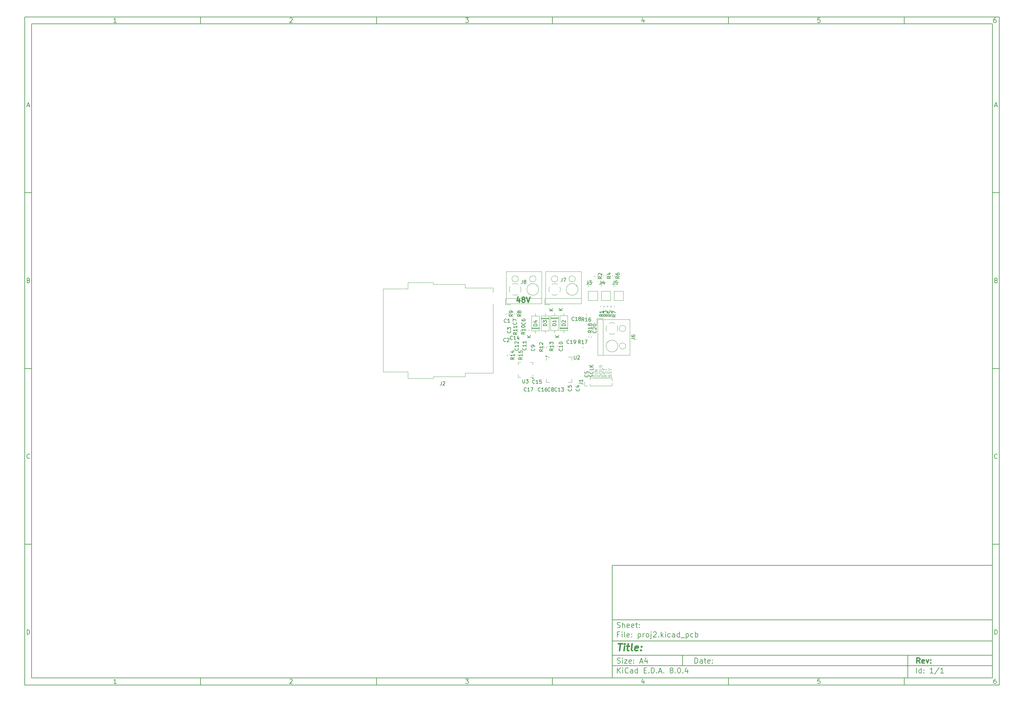
<source format=gbr>
%TF.GenerationSoftware,KiCad,Pcbnew,8.0.4*%
%TF.CreationDate,2024-08-22T11:34:41-04:00*%
%TF.ProjectId,proj2,70726f6a-322e-46b6-9963-61645f706362,rev?*%
%TF.SameCoordinates,Original*%
%TF.FileFunction,Legend,Top*%
%TF.FilePolarity,Positive*%
%FSLAX46Y46*%
G04 Gerber Fmt 4.6, Leading zero omitted, Abs format (unit mm)*
G04 Created by KiCad (PCBNEW 8.0.4) date 2024-08-22 11:34:41*
%MOMM*%
%LPD*%
G01*
G04 APERTURE LIST*
%ADD10C,0.100000*%
%ADD11C,0.150000*%
%ADD12C,0.300000*%
%ADD13C,0.400000*%
%ADD14C,0.187500*%
%ADD15C,0.125000*%
%ADD16C,0.120000*%
G04 APERTURE END LIST*
D10*
D11*
X177002200Y-166007200D02*
X285002200Y-166007200D01*
X285002200Y-198007200D01*
X177002200Y-198007200D01*
X177002200Y-166007200D01*
D10*
D11*
X10000000Y-10000000D02*
X287002200Y-10000000D01*
X287002200Y-200007200D01*
X10000000Y-200007200D01*
X10000000Y-10000000D01*
D10*
D11*
X12000000Y-12000000D02*
X285002200Y-12000000D01*
X285002200Y-198007200D01*
X12000000Y-198007200D01*
X12000000Y-12000000D01*
D10*
D11*
X60000000Y-12000000D02*
X60000000Y-10000000D01*
D10*
D11*
X110000000Y-12000000D02*
X110000000Y-10000000D01*
D10*
D11*
X160000000Y-12000000D02*
X160000000Y-10000000D01*
D10*
D11*
X210000000Y-12000000D02*
X210000000Y-10000000D01*
D10*
D11*
X260000000Y-12000000D02*
X260000000Y-10000000D01*
D10*
D11*
X36089160Y-11593604D02*
X35346303Y-11593604D01*
X35717731Y-11593604D02*
X35717731Y-10293604D01*
X35717731Y-10293604D02*
X35593922Y-10479319D01*
X35593922Y-10479319D02*
X35470112Y-10603128D01*
X35470112Y-10603128D02*
X35346303Y-10665033D01*
D10*
D11*
X85346303Y-10417414D02*
X85408207Y-10355509D01*
X85408207Y-10355509D02*
X85532017Y-10293604D01*
X85532017Y-10293604D02*
X85841541Y-10293604D01*
X85841541Y-10293604D02*
X85965350Y-10355509D01*
X85965350Y-10355509D02*
X86027255Y-10417414D01*
X86027255Y-10417414D02*
X86089160Y-10541223D01*
X86089160Y-10541223D02*
X86089160Y-10665033D01*
X86089160Y-10665033D02*
X86027255Y-10850747D01*
X86027255Y-10850747D02*
X85284398Y-11593604D01*
X85284398Y-11593604D02*
X86089160Y-11593604D01*
D10*
D11*
X135284398Y-10293604D02*
X136089160Y-10293604D01*
X136089160Y-10293604D02*
X135655826Y-10788842D01*
X135655826Y-10788842D02*
X135841541Y-10788842D01*
X135841541Y-10788842D02*
X135965350Y-10850747D01*
X135965350Y-10850747D02*
X136027255Y-10912652D01*
X136027255Y-10912652D02*
X136089160Y-11036461D01*
X136089160Y-11036461D02*
X136089160Y-11345985D01*
X136089160Y-11345985D02*
X136027255Y-11469795D01*
X136027255Y-11469795D02*
X135965350Y-11531700D01*
X135965350Y-11531700D02*
X135841541Y-11593604D01*
X135841541Y-11593604D02*
X135470112Y-11593604D01*
X135470112Y-11593604D02*
X135346303Y-11531700D01*
X135346303Y-11531700D02*
X135284398Y-11469795D01*
D10*
D11*
X185965350Y-10726938D02*
X185965350Y-11593604D01*
X185655826Y-10231700D02*
X185346303Y-11160271D01*
X185346303Y-11160271D02*
X186151064Y-11160271D01*
D10*
D11*
X236027255Y-10293604D02*
X235408207Y-10293604D01*
X235408207Y-10293604D02*
X235346303Y-10912652D01*
X235346303Y-10912652D02*
X235408207Y-10850747D01*
X235408207Y-10850747D02*
X235532017Y-10788842D01*
X235532017Y-10788842D02*
X235841541Y-10788842D01*
X235841541Y-10788842D02*
X235965350Y-10850747D01*
X235965350Y-10850747D02*
X236027255Y-10912652D01*
X236027255Y-10912652D02*
X236089160Y-11036461D01*
X236089160Y-11036461D02*
X236089160Y-11345985D01*
X236089160Y-11345985D02*
X236027255Y-11469795D01*
X236027255Y-11469795D02*
X235965350Y-11531700D01*
X235965350Y-11531700D02*
X235841541Y-11593604D01*
X235841541Y-11593604D02*
X235532017Y-11593604D01*
X235532017Y-11593604D02*
X235408207Y-11531700D01*
X235408207Y-11531700D02*
X235346303Y-11469795D01*
D10*
D11*
X285965350Y-10293604D02*
X285717731Y-10293604D01*
X285717731Y-10293604D02*
X285593922Y-10355509D01*
X285593922Y-10355509D02*
X285532017Y-10417414D01*
X285532017Y-10417414D02*
X285408207Y-10603128D01*
X285408207Y-10603128D02*
X285346303Y-10850747D01*
X285346303Y-10850747D02*
X285346303Y-11345985D01*
X285346303Y-11345985D02*
X285408207Y-11469795D01*
X285408207Y-11469795D02*
X285470112Y-11531700D01*
X285470112Y-11531700D02*
X285593922Y-11593604D01*
X285593922Y-11593604D02*
X285841541Y-11593604D01*
X285841541Y-11593604D02*
X285965350Y-11531700D01*
X285965350Y-11531700D02*
X286027255Y-11469795D01*
X286027255Y-11469795D02*
X286089160Y-11345985D01*
X286089160Y-11345985D02*
X286089160Y-11036461D01*
X286089160Y-11036461D02*
X286027255Y-10912652D01*
X286027255Y-10912652D02*
X285965350Y-10850747D01*
X285965350Y-10850747D02*
X285841541Y-10788842D01*
X285841541Y-10788842D02*
X285593922Y-10788842D01*
X285593922Y-10788842D02*
X285470112Y-10850747D01*
X285470112Y-10850747D02*
X285408207Y-10912652D01*
X285408207Y-10912652D02*
X285346303Y-11036461D01*
D10*
D11*
X60000000Y-198007200D02*
X60000000Y-200007200D01*
D10*
D11*
X110000000Y-198007200D02*
X110000000Y-200007200D01*
D10*
D11*
X160000000Y-198007200D02*
X160000000Y-200007200D01*
D10*
D11*
X210000000Y-198007200D02*
X210000000Y-200007200D01*
D10*
D11*
X260000000Y-198007200D02*
X260000000Y-200007200D01*
D10*
D11*
X36089160Y-199600804D02*
X35346303Y-199600804D01*
X35717731Y-199600804D02*
X35717731Y-198300804D01*
X35717731Y-198300804D02*
X35593922Y-198486519D01*
X35593922Y-198486519D02*
X35470112Y-198610328D01*
X35470112Y-198610328D02*
X35346303Y-198672233D01*
D10*
D11*
X85346303Y-198424614D02*
X85408207Y-198362709D01*
X85408207Y-198362709D02*
X85532017Y-198300804D01*
X85532017Y-198300804D02*
X85841541Y-198300804D01*
X85841541Y-198300804D02*
X85965350Y-198362709D01*
X85965350Y-198362709D02*
X86027255Y-198424614D01*
X86027255Y-198424614D02*
X86089160Y-198548423D01*
X86089160Y-198548423D02*
X86089160Y-198672233D01*
X86089160Y-198672233D02*
X86027255Y-198857947D01*
X86027255Y-198857947D02*
X85284398Y-199600804D01*
X85284398Y-199600804D02*
X86089160Y-199600804D01*
D10*
D11*
X135284398Y-198300804D02*
X136089160Y-198300804D01*
X136089160Y-198300804D02*
X135655826Y-198796042D01*
X135655826Y-198796042D02*
X135841541Y-198796042D01*
X135841541Y-198796042D02*
X135965350Y-198857947D01*
X135965350Y-198857947D02*
X136027255Y-198919852D01*
X136027255Y-198919852D02*
X136089160Y-199043661D01*
X136089160Y-199043661D02*
X136089160Y-199353185D01*
X136089160Y-199353185D02*
X136027255Y-199476995D01*
X136027255Y-199476995D02*
X135965350Y-199538900D01*
X135965350Y-199538900D02*
X135841541Y-199600804D01*
X135841541Y-199600804D02*
X135470112Y-199600804D01*
X135470112Y-199600804D02*
X135346303Y-199538900D01*
X135346303Y-199538900D02*
X135284398Y-199476995D01*
D10*
D11*
X185965350Y-198734138D02*
X185965350Y-199600804D01*
X185655826Y-198238900D02*
X185346303Y-199167471D01*
X185346303Y-199167471D02*
X186151064Y-199167471D01*
D10*
D11*
X236027255Y-198300804D02*
X235408207Y-198300804D01*
X235408207Y-198300804D02*
X235346303Y-198919852D01*
X235346303Y-198919852D02*
X235408207Y-198857947D01*
X235408207Y-198857947D02*
X235532017Y-198796042D01*
X235532017Y-198796042D02*
X235841541Y-198796042D01*
X235841541Y-198796042D02*
X235965350Y-198857947D01*
X235965350Y-198857947D02*
X236027255Y-198919852D01*
X236027255Y-198919852D02*
X236089160Y-199043661D01*
X236089160Y-199043661D02*
X236089160Y-199353185D01*
X236089160Y-199353185D02*
X236027255Y-199476995D01*
X236027255Y-199476995D02*
X235965350Y-199538900D01*
X235965350Y-199538900D02*
X235841541Y-199600804D01*
X235841541Y-199600804D02*
X235532017Y-199600804D01*
X235532017Y-199600804D02*
X235408207Y-199538900D01*
X235408207Y-199538900D02*
X235346303Y-199476995D01*
D10*
D11*
X285965350Y-198300804D02*
X285717731Y-198300804D01*
X285717731Y-198300804D02*
X285593922Y-198362709D01*
X285593922Y-198362709D02*
X285532017Y-198424614D01*
X285532017Y-198424614D02*
X285408207Y-198610328D01*
X285408207Y-198610328D02*
X285346303Y-198857947D01*
X285346303Y-198857947D02*
X285346303Y-199353185D01*
X285346303Y-199353185D02*
X285408207Y-199476995D01*
X285408207Y-199476995D02*
X285470112Y-199538900D01*
X285470112Y-199538900D02*
X285593922Y-199600804D01*
X285593922Y-199600804D02*
X285841541Y-199600804D01*
X285841541Y-199600804D02*
X285965350Y-199538900D01*
X285965350Y-199538900D02*
X286027255Y-199476995D01*
X286027255Y-199476995D02*
X286089160Y-199353185D01*
X286089160Y-199353185D02*
X286089160Y-199043661D01*
X286089160Y-199043661D02*
X286027255Y-198919852D01*
X286027255Y-198919852D02*
X285965350Y-198857947D01*
X285965350Y-198857947D02*
X285841541Y-198796042D01*
X285841541Y-198796042D02*
X285593922Y-198796042D01*
X285593922Y-198796042D02*
X285470112Y-198857947D01*
X285470112Y-198857947D02*
X285408207Y-198919852D01*
X285408207Y-198919852D02*
X285346303Y-199043661D01*
D10*
D11*
X10000000Y-60000000D02*
X12000000Y-60000000D01*
D10*
D11*
X10000000Y-110000000D02*
X12000000Y-110000000D01*
D10*
D11*
X10000000Y-160000000D02*
X12000000Y-160000000D01*
D10*
D11*
X10690476Y-35222176D02*
X11309523Y-35222176D01*
X10566666Y-35593604D02*
X10999999Y-34293604D01*
X10999999Y-34293604D02*
X11433333Y-35593604D01*
D10*
D11*
X11092857Y-84912652D02*
X11278571Y-84974557D01*
X11278571Y-84974557D02*
X11340476Y-85036461D01*
X11340476Y-85036461D02*
X11402380Y-85160271D01*
X11402380Y-85160271D02*
X11402380Y-85345985D01*
X11402380Y-85345985D02*
X11340476Y-85469795D01*
X11340476Y-85469795D02*
X11278571Y-85531700D01*
X11278571Y-85531700D02*
X11154761Y-85593604D01*
X11154761Y-85593604D02*
X10659523Y-85593604D01*
X10659523Y-85593604D02*
X10659523Y-84293604D01*
X10659523Y-84293604D02*
X11092857Y-84293604D01*
X11092857Y-84293604D02*
X11216666Y-84355509D01*
X11216666Y-84355509D02*
X11278571Y-84417414D01*
X11278571Y-84417414D02*
X11340476Y-84541223D01*
X11340476Y-84541223D02*
X11340476Y-84665033D01*
X11340476Y-84665033D02*
X11278571Y-84788842D01*
X11278571Y-84788842D02*
X11216666Y-84850747D01*
X11216666Y-84850747D02*
X11092857Y-84912652D01*
X11092857Y-84912652D02*
X10659523Y-84912652D01*
D10*
D11*
X11402380Y-135469795D02*
X11340476Y-135531700D01*
X11340476Y-135531700D02*
X11154761Y-135593604D01*
X11154761Y-135593604D02*
X11030952Y-135593604D01*
X11030952Y-135593604D02*
X10845238Y-135531700D01*
X10845238Y-135531700D02*
X10721428Y-135407890D01*
X10721428Y-135407890D02*
X10659523Y-135284080D01*
X10659523Y-135284080D02*
X10597619Y-135036461D01*
X10597619Y-135036461D02*
X10597619Y-134850747D01*
X10597619Y-134850747D02*
X10659523Y-134603128D01*
X10659523Y-134603128D02*
X10721428Y-134479319D01*
X10721428Y-134479319D02*
X10845238Y-134355509D01*
X10845238Y-134355509D02*
X11030952Y-134293604D01*
X11030952Y-134293604D02*
X11154761Y-134293604D01*
X11154761Y-134293604D02*
X11340476Y-134355509D01*
X11340476Y-134355509D02*
X11402380Y-134417414D01*
D10*
D11*
X10659523Y-185593604D02*
X10659523Y-184293604D01*
X10659523Y-184293604D02*
X10969047Y-184293604D01*
X10969047Y-184293604D02*
X11154761Y-184355509D01*
X11154761Y-184355509D02*
X11278571Y-184479319D01*
X11278571Y-184479319D02*
X11340476Y-184603128D01*
X11340476Y-184603128D02*
X11402380Y-184850747D01*
X11402380Y-184850747D02*
X11402380Y-185036461D01*
X11402380Y-185036461D02*
X11340476Y-185284080D01*
X11340476Y-185284080D02*
X11278571Y-185407890D01*
X11278571Y-185407890D02*
X11154761Y-185531700D01*
X11154761Y-185531700D02*
X10969047Y-185593604D01*
X10969047Y-185593604D02*
X10659523Y-185593604D01*
D10*
D11*
X287002200Y-60000000D02*
X285002200Y-60000000D01*
D10*
D11*
X287002200Y-110000000D02*
X285002200Y-110000000D01*
D10*
D11*
X287002200Y-160000000D02*
X285002200Y-160000000D01*
D10*
D11*
X285692676Y-35222176D02*
X286311723Y-35222176D01*
X285568866Y-35593604D02*
X286002199Y-34293604D01*
X286002199Y-34293604D02*
X286435533Y-35593604D01*
D10*
D11*
X286095057Y-84912652D02*
X286280771Y-84974557D01*
X286280771Y-84974557D02*
X286342676Y-85036461D01*
X286342676Y-85036461D02*
X286404580Y-85160271D01*
X286404580Y-85160271D02*
X286404580Y-85345985D01*
X286404580Y-85345985D02*
X286342676Y-85469795D01*
X286342676Y-85469795D02*
X286280771Y-85531700D01*
X286280771Y-85531700D02*
X286156961Y-85593604D01*
X286156961Y-85593604D02*
X285661723Y-85593604D01*
X285661723Y-85593604D02*
X285661723Y-84293604D01*
X285661723Y-84293604D02*
X286095057Y-84293604D01*
X286095057Y-84293604D02*
X286218866Y-84355509D01*
X286218866Y-84355509D02*
X286280771Y-84417414D01*
X286280771Y-84417414D02*
X286342676Y-84541223D01*
X286342676Y-84541223D02*
X286342676Y-84665033D01*
X286342676Y-84665033D02*
X286280771Y-84788842D01*
X286280771Y-84788842D02*
X286218866Y-84850747D01*
X286218866Y-84850747D02*
X286095057Y-84912652D01*
X286095057Y-84912652D02*
X285661723Y-84912652D01*
D10*
D11*
X286404580Y-135469795D02*
X286342676Y-135531700D01*
X286342676Y-135531700D02*
X286156961Y-135593604D01*
X286156961Y-135593604D02*
X286033152Y-135593604D01*
X286033152Y-135593604D02*
X285847438Y-135531700D01*
X285847438Y-135531700D02*
X285723628Y-135407890D01*
X285723628Y-135407890D02*
X285661723Y-135284080D01*
X285661723Y-135284080D02*
X285599819Y-135036461D01*
X285599819Y-135036461D02*
X285599819Y-134850747D01*
X285599819Y-134850747D02*
X285661723Y-134603128D01*
X285661723Y-134603128D02*
X285723628Y-134479319D01*
X285723628Y-134479319D02*
X285847438Y-134355509D01*
X285847438Y-134355509D02*
X286033152Y-134293604D01*
X286033152Y-134293604D02*
X286156961Y-134293604D01*
X286156961Y-134293604D02*
X286342676Y-134355509D01*
X286342676Y-134355509D02*
X286404580Y-134417414D01*
D10*
D11*
X285661723Y-185593604D02*
X285661723Y-184293604D01*
X285661723Y-184293604D02*
X285971247Y-184293604D01*
X285971247Y-184293604D02*
X286156961Y-184355509D01*
X286156961Y-184355509D02*
X286280771Y-184479319D01*
X286280771Y-184479319D02*
X286342676Y-184603128D01*
X286342676Y-184603128D02*
X286404580Y-184850747D01*
X286404580Y-184850747D02*
X286404580Y-185036461D01*
X286404580Y-185036461D02*
X286342676Y-185284080D01*
X286342676Y-185284080D02*
X286280771Y-185407890D01*
X286280771Y-185407890D02*
X286156961Y-185531700D01*
X286156961Y-185531700D02*
X285971247Y-185593604D01*
X285971247Y-185593604D02*
X285661723Y-185593604D01*
D10*
D11*
X200458026Y-193793328D02*
X200458026Y-192293328D01*
X200458026Y-192293328D02*
X200815169Y-192293328D01*
X200815169Y-192293328D02*
X201029455Y-192364757D01*
X201029455Y-192364757D02*
X201172312Y-192507614D01*
X201172312Y-192507614D02*
X201243741Y-192650471D01*
X201243741Y-192650471D02*
X201315169Y-192936185D01*
X201315169Y-192936185D02*
X201315169Y-193150471D01*
X201315169Y-193150471D02*
X201243741Y-193436185D01*
X201243741Y-193436185D02*
X201172312Y-193579042D01*
X201172312Y-193579042D02*
X201029455Y-193721900D01*
X201029455Y-193721900D02*
X200815169Y-193793328D01*
X200815169Y-193793328D02*
X200458026Y-193793328D01*
X202600884Y-193793328D02*
X202600884Y-193007614D01*
X202600884Y-193007614D02*
X202529455Y-192864757D01*
X202529455Y-192864757D02*
X202386598Y-192793328D01*
X202386598Y-192793328D02*
X202100884Y-192793328D01*
X202100884Y-192793328D02*
X201958026Y-192864757D01*
X202600884Y-193721900D02*
X202458026Y-193793328D01*
X202458026Y-193793328D02*
X202100884Y-193793328D01*
X202100884Y-193793328D02*
X201958026Y-193721900D01*
X201958026Y-193721900D02*
X201886598Y-193579042D01*
X201886598Y-193579042D02*
X201886598Y-193436185D01*
X201886598Y-193436185D02*
X201958026Y-193293328D01*
X201958026Y-193293328D02*
X202100884Y-193221900D01*
X202100884Y-193221900D02*
X202458026Y-193221900D01*
X202458026Y-193221900D02*
X202600884Y-193150471D01*
X203100884Y-192793328D02*
X203672312Y-192793328D01*
X203315169Y-192293328D02*
X203315169Y-193579042D01*
X203315169Y-193579042D02*
X203386598Y-193721900D01*
X203386598Y-193721900D02*
X203529455Y-193793328D01*
X203529455Y-193793328D02*
X203672312Y-193793328D01*
X204743741Y-193721900D02*
X204600884Y-193793328D01*
X204600884Y-193793328D02*
X204315170Y-193793328D01*
X204315170Y-193793328D02*
X204172312Y-193721900D01*
X204172312Y-193721900D02*
X204100884Y-193579042D01*
X204100884Y-193579042D02*
X204100884Y-193007614D01*
X204100884Y-193007614D02*
X204172312Y-192864757D01*
X204172312Y-192864757D02*
X204315170Y-192793328D01*
X204315170Y-192793328D02*
X204600884Y-192793328D01*
X204600884Y-192793328D02*
X204743741Y-192864757D01*
X204743741Y-192864757D02*
X204815170Y-193007614D01*
X204815170Y-193007614D02*
X204815170Y-193150471D01*
X204815170Y-193150471D02*
X204100884Y-193293328D01*
X205458026Y-193650471D02*
X205529455Y-193721900D01*
X205529455Y-193721900D02*
X205458026Y-193793328D01*
X205458026Y-193793328D02*
X205386598Y-193721900D01*
X205386598Y-193721900D02*
X205458026Y-193650471D01*
X205458026Y-193650471D02*
X205458026Y-193793328D01*
X205458026Y-192864757D02*
X205529455Y-192936185D01*
X205529455Y-192936185D02*
X205458026Y-193007614D01*
X205458026Y-193007614D02*
X205386598Y-192936185D01*
X205386598Y-192936185D02*
X205458026Y-192864757D01*
X205458026Y-192864757D02*
X205458026Y-193007614D01*
D10*
D11*
X177002200Y-194507200D02*
X285002200Y-194507200D01*
D10*
D11*
X178458026Y-196593328D02*
X178458026Y-195093328D01*
X179315169Y-196593328D02*
X178672312Y-195736185D01*
X179315169Y-195093328D02*
X178458026Y-195950471D01*
X179958026Y-196593328D02*
X179958026Y-195593328D01*
X179958026Y-195093328D02*
X179886598Y-195164757D01*
X179886598Y-195164757D02*
X179958026Y-195236185D01*
X179958026Y-195236185D02*
X180029455Y-195164757D01*
X180029455Y-195164757D02*
X179958026Y-195093328D01*
X179958026Y-195093328D02*
X179958026Y-195236185D01*
X181529455Y-196450471D02*
X181458027Y-196521900D01*
X181458027Y-196521900D02*
X181243741Y-196593328D01*
X181243741Y-196593328D02*
X181100884Y-196593328D01*
X181100884Y-196593328D02*
X180886598Y-196521900D01*
X180886598Y-196521900D02*
X180743741Y-196379042D01*
X180743741Y-196379042D02*
X180672312Y-196236185D01*
X180672312Y-196236185D02*
X180600884Y-195950471D01*
X180600884Y-195950471D02*
X180600884Y-195736185D01*
X180600884Y-195736185D02*
X180672312Y-195450471D01*
X180672312Y-195450471D02*
X180743741Y-195307614D01*
X180743741Y-195307614D02*
X180886598Y-195164757D01*
X180886598Y-195164757D02*
X181100884Y-195093328D01*
X181100884Y-195093328D02*
X181243741Y-195093328D01*
X181243741Y-195093328D02*
X181458027Y-195164757D01*
X181458027Y-195164757D02*
X181529455Y-195236185D01*
X182815170Y-196593328D02*
X182815170Y-195807614D01*
X182815170Y-195807614D02*
X182743741Y-195664757D01*
X182743741Y-195664757D02*
X182600884Y-195593328D01*
X182600884Y-195593328D02*
X182315170Y-195593328D01*
X182315170Y-195593328D02*
X182172312Y-195664757D01*
X182815170Y-196521900D02*
X182672312Y-196593328D01*
X182672312Y-196593328D02*
X182315170Y-196593328D01*
X182315170Y-196593328D02*
X182172312Y-196521900D01*
X182172312Y-196521900D02*
X182100884Y-196379042D01*
X182100884Y-196379042D02*
X182100884Y-196236185D01*
X182100884Y-196236185D02*
X182172312Y-196093328D01*
X182172312Y-196093328D02*
X182315170Y-196021900D01*
X182315170Y-196021900D02*
X182672312Y-196021900D01*
X182672312Y-196021900D02*
X182815170Y-195950471D01*
X184172313Y-196593328D02*
X184172313Y-195093328D01*
X184172313Y-196521900D02*
X184029455Y-196593328D01*
X184029455Y-196593328D02*
X183743741Y-196593328D01*
X183743741Y-196593328D02*
X183600884Y-196521900D01*
X183600884Y-196521900D02*
X183529455Y-196450471D01*
X183529455Y-196450471D02*
X183458027Y-196307614D01*
X183458027Y-196307614D02*
X183458027Y-195879042D01*
X183458027Y-195879042D02*
X183529455Y-195736185D01*
X183529455Y-195736185D02*
X183600884Y-195664757D01*
X183600884Y-195664757D02*
X183743741Y-195593328D01*
X183743741Y-195593328D02*
X184029455Y-195593328D01*
X184029455Y-195593328D02*
X184172313Y-195664757D01*
X186029455Y-195807614D02*
X186529455Y-195807614D01*
X186743741Y-196593328D02*
X186029455Y-196593328D01*
X186029455Y-196593328D02*
X186029455Y-195093328D01*
X186029455Y-195093328D02*
X186743741Y-195093328D01*
X187386598Y-196450471D02*
X187458027Y-196521900D01*
X187458027Y-196521900D02*
X187386598Y-196593328D01*
X187386598Y-196593328D02*
X187315170Y-196521900D01*
X187315170Y-196521900D02*
X187386598Y-196450471D01*
X187386598Y-196450471D02*
X187386598Y-196593328D01*
X188100884Y-196593328D02*
X188100884Y-195093328D01*
X188100884Y-195093328D02*
X188458027Y-195093328D01*
X188458027Y-195093328D02*
X188672313Y-195164757D01*
X188672313Y-195164757D02*
X188815170Y-195307614D01*
X188815170Y-195307614D02*
X188886599Y-195450471D01*
X188886599Y-195450471D02*
X188958027Y-195736185D01*
X188958027Y-195736185D02*
X188958027Y-195950471D01*
X188958027Y-195950471D02*
X188886599Y-196236185D01*
X188886599Y-196236185D02*
X188815170Y-196379042D01*
X188815170Y-196379042D02*
X188672313Y-196521900D01*
X188672313Y-196521900D02*
X188458027Y-196593328D01*
X188458027Y-196593328D02*
X188100884Y-196593328D01*
X189600884Y-196450471D02*
X189672313Y-196521900D01*
X189672313Y-196521900D02*
X189600884Y-196593328D01*
X189600884Y-196593328D02*
X189529456Y-196521900D01*
X189529456Y-196521900D02*
X189600884Y-196450471D01*
X189600884Y-196450471D02*
X189600884Y-196593328D01*
X190243742Y-196164757D02*
X190958028Y-196164757D01*
X190100885Y-196593328D02*
X190600885Y-195093328D01*
X190600885Y-195093328D02*
X191100885Y-196593328D01*
X191600884Y-196450471D02*
X191672313Y-196521900D01*
X191672313Y-196521900D02*
X191600884Y-196593328D01*
X191600884Y-196593328D02*
X191529456Y-196521900D01*
X191529456Y-196521900D02*
X191600884Y-196450471D01*
X191600884Y-196450471D02*
X191600884Y-196593328D01*
X193672313Y-195736185D02*
X193529456Y-195664757D01*
X193529456Y-195664757D02*
X193458027Y-195593328D01*
X193458027Y-195593328D02*
X193386599Y-195450471D01*
X193386599Y-195450471D02*
X193386599Y-195379042D01*
X193386599Y-195379042D02*
X193458027Y-195236185D01*
X193458027Y-195236185D02*
X193529456Y-195164757D01*
X193529456Y-195164757D02*
X193672313Y-195093328D01*
X193672313Y-195093328D02*
X193958027Y-195093328D01*
X193958027Y-195093328D02*
X194100885Y-195164757D01*
X194100885Y-195164757D02*
X194172313Y-195236185D01*
X194172313Y-195236185D02*
X194243742Y-195379042D01*
X194243742Y-195379042D02*
X194243742Y-195450471D01*
X194243742Y-195450471D02*
X194172313Y-195593328D01*
X194172313Y-195593328D02*
X194100885Y-195664757D01*
X194100885Y-195664757D02*
X193958027Y-195736185D01*
X193958027Y-195736185D02*
X193672313Y-195736185D01*
X193672313Y-195736185D02*
X193529456Y-195807614D01*
X193529456Y-195807614D02*
X193458027Y-195879042D01*
X193458027Y-195879042D02*
X193386599Y-196021900D01*
X193386599Y-196021900D02*
X193386599Y-196307614D01*
X193386599Y-196307614D02*
X193458027Y-196450471D01*
X193458027Y-196450471D02*
X193529456Y-196521900D01*
X193529456Y-196521900D02*
X193672313Y-196593328D01*
X193672313Y-196593328D02*
X193958027Y-196593328D01*
X193958027Y-196593328D02*
X194100885Y-196521900D01*
X194100885Y-196521900D02*
X194172313Y-196450471D01*
X194172313Y-196450471D02*
X194243742Y-196307614D01*
X194243742Y-196307614D02*
X194243742Y-196021900D01*
X194243742Y-196021900D02*
X194172313Y-195879042D01*
X194172313Y-195879042D02*
X194100885Y-195807614D01*
X194100885Y-195807614D02*
X193958027Y-195736185D01*
X194886598Y-196450471D02*
X194958027Y-196521900D01*
X194958027Y-196521900D02*
X194886598Y-196593328D01*
X194886598Y-196593328D02*
X194815170Y-196521900D01*
X194815170Y-196521900D02*
X194886598Y-196450471D01*
X194886598Y-196450471D02*
X194886598Y-196593328D01*
X195886599Y-195093328D02*
X196029456Y-195093328D01*
X196029456Y-195093328D02*
X196172313Y-195164757D01*
X196172313Y-195164757D02*
X196243742Y-195236185D01*
X196243742Y-195236185D02*
X196315170Y-195379042D01*
X196315170Y-195379042D02*
X196386599Y-195664757D01*
X196386599Y-195664757D02*
X196386599Y-196021900D01*
X196386599Y-196021900D02*
X196315170Y-196307614D01*
X196315170Y-196307614D02*
X196243742Y-196450471D01*
X196243742Y-196450471D02*
X196172313Y-196521900D01*
X196172313Y-196521900D02*
X196029456Y-196593328D01*
X196029456Y-196593328D02*
X195886599Y-196593328D01*
X195886599Y-196593328D02*
X195743742Y-196521900D01*
X195743742Y-196521900D02*
X195672313Y-196450471D01*
X195672313Y-196450471D02*
X195600884Y-196307614D01*
X195600884Y-196307614D02*
X195529456Y-196021900D01*
X195529456Y-196021900D02*
X195529456Y-195664757D01*
X195529456Y-195664757D02*
X195600884Y-195379042D01*
X195600884Y-195379042D02*
X195672313Y-195236185D01*
X195672313Y-195236185D02*
X195743742Y-195164757D01*
X195743742Y-195164757D02*
X195886599Y-195093328D01*
X197029455Y-196450471D02*
X197100884Y-196521900D01*
X197100884Y-196521900D02*
X197029455Y-196593328D01*
X197029455Y-196593328D02*
X196958027Y-196521900D01*
X196958027Y-196521900D02*
X197029455Y-196450471D01*
X197029455Y-196450471D02*
X197029455Y-196593328D01*
X198386599Y-195593328D02*
X198386599Y-196593328D01*
X198029456Y-195021900D02*
X197672313Y-196093328D01*
X197672313Y-196093328D02*
X198600884Y-196093328D01*
D10*
D11*
X177002200Y-191507200D02*
X285002200Y-191507200D01*
D10*
D12*
X264413853Y-193785528D02*
X263913853Y-193071242D01*
X263556710Y-193785528D02*
X263556710Y-192285528D01*
X263556710Y-192285528D02*
X264128139Y-192285528D01*
X264128139Y-192285528D02*
X264270996Y-192356957D01*
X264270996Y-192356957D02*
X264342425Y-192428385D01*
X264342425Y-192428385D02*
X264413853Y-192571242D01*
X264413853Y-192571242D02*
X264413853Y-192785528D01*
X264413853Y-192785528D02*
X264342425Y-192928385D01*
X264342425Y-192928385D02*
X264270996Y-192999814D01*
X264270996Y-192999814D02*
X264128139Y-193071242D01*
X264128139Y-193071242D02*
X263556710Y-193071242D01*
X265628139Y-193714100D02*
X265485282Y-193785528D01*
X265485282Y-193785528D02*
X265199568Y-193785528D01*
X265199568Y-193785528D02*
X265056710Y-193714100D01*
X265056710Y-193714100D02*
X264985282Y-193571242D01*
X264985282Y-193571242D02*
X264985282Y-192999814D01*
X264985282Y-192999814D02*
X265056710Y-192856957D01*
X265056710Y-192856957D02*
X265199568Y-192785528D01*
X265199568Y-192785528D02*
X265485282Y-192785528D01*
X265485282Y-192785528D02*
X265628139Y-192856957D01*
X265628139Y-192856957D02*
X265699568Y-192999814D01*
X265699568Y-192999814D02*
X265699568Y-193142671D01*
X265699568Y-193142671D02*
X264985282Y-193285528D01*
X266199567Y-192785528D02*
X266556710Y-193785528D01*
X266556710Y-193785528D02*
X266913853Y-192785528D01*
X267485281Y-193642671D02*
X267556710Y-193714100D01*
X267556710Y-193714100D02*
X267485281Y-193785528D01*
X267485281Y-193785528D02*
X267413853Y-193714100D01*
X267413853Y-193714100D02*
X267485281Y-193642671D01*
X267485281Y-193642671D02*
X267485281Y-193785528D01*
X267485281Y-192856957D02*
X267556710Y-192928385D01*
X267556710Y-192928385D02*
X267485281Y-192999814D01*
X267485281Y-192999814D02*
X267413853Y-192928385D01*
X267413853Y-192928385D02*
X267485281Y-192856957D01*
X267485281Y-192856957D02*
X267485281Y-192999814D01*
D10*
D11*
X178386598Y-193721900D02*
X178600884Y-193793328D01*
X178600884Y-193793328D02*
X178958026Y-193793328D01*
X178958026Y-193793328D02*
X179100884Y-193721900D01*
X179100884Y-193721900D02*
X179172312Y-193650471D01*
X179172312Y-193650471D02*
X179243741Y-193507614D01*
X179243741Y-193507614D02*
X179243741Y-193364757D01*
X179243741Y-193364757D02*
X179172312Y-193221900D01*
X179172312Y-193221900D02*
X179100884Y-193150471D01*
X179100884Y-193150471D02*
X178958026Y-193079042D01*
X178958026Y-193079042D02*
X178672312Y-193007614D01*
X178672312Y-193007614D02*
X178529455Y-192936185D01*
X178529455Y-192936185D02*
X178458026Y-192864757D01*
X178458026Y-192864757D02*
X178386598Y-192721900D01*
X178386598Y-192721900D02*
X178386598Y-192579042D01*
X178386598Y-192579042D02*
X178458026Y-192436185D01*
X178458026Y-192436185D02*
X178529455Y-192364757D01*
X178529455Y-192364757D02*
X178672312Y-192293328D01*
X178672312Y-192293328D02*
X179029455Y-192293328D01*
X179029455Y-192293328D02*
X179243741Y-192364757D01*
X179886597Y-193793328D02*
X179886597Y-192793328D01*
X179886597Y-192293328D02*
X179815169Y-192364757D01*
X179815169Y-192364757D02*
X179886597Y-192436185D01*
X179886597Y-192436185D02*
X179958026Y-192364757D01*
X179958026Y-192364757D02*
X179886597Y-192293328D01*
X179886597Y-192293328D02*
X179886597Y-192436185D01*
X180458026Y-192793328D02*
X181243741Y-192793328D01*
X181243741Y-192793328D02*
X180458026Y-193793328D01*
X180458026Y-193793328D02*
X181243741Y-193793328D01*
X182386598Y-193721900D02*
X182243741Y-193793328D01*
X182243741Y-193793328D02*
X181958027Y-193793328D01*
X181958027Y-193793328D02*
X181815169Y-193721900D01*
X181815169Y-193721900D02*
X181743741Y-193579042D01*
X181743741Y-193579042D02*
X181743741Y-193007614D01*
X181743741Y-193007614D02*
X181815169Y-192864757D01*
X181815169Y-192864757D02*
X181958027Y-192793328D01*
X181958027Y-192793328D02*
X182243741Y-192793328D01*
X182243741Y-192793328D02*
X182386598Y-192864757D01*
X182386598Y-192864757D02*
X182458027Y-193007614D01*
X182458027Y-193007614D02*
X182458027Y-193150471D01*
X182458027Y-193150471D02*
X181743741Y-193293328D01*
X183100883Y-193650471D02*
X183172312Y-193721900D01*
X183172312Y-193721900D02*
X183100883Y-193793328D01*
X183100883Y-193793328D02*
X183029455Y-193721900D01*
X183029455Y-193721900D02*
X183100883Y-193650471D01*
X183100883Y-193650471D02*
X183100883Y-193793328D01*
X183100883Y-192864757D02*
X183172312Y-192936185D01*
X183172312Y-192936185D02*
X183100883Y-193007614D01*
X183100883Y-193007614D02*
X183029455Y-192936185D01*
X183029455Y-192936185D02*
X183100883Y-192864757D01*
X183100883Y-192864757D02*
X183100883Y-193007614D01*
X184886598Y-193364757D02*
X185600884Y-193364757D01*
X184743741Y-193793328D02*
X185243741Y-192293328D01*
X185243741Y-192293328D02*
X185743741Y-193793328D01*
X186886598Y-192793328D02*
X186886598Y-193793328D01*
X186529455Y-192221900D02*
X186172312Y-193293328D01*
X186172312Y-193293328D02*
X187100883Y-193293328D01*
D10*
D11*
X263458026Y-196593328D02*
X263458026Y-195093328D01*
X264815170Y-196593328D02*
X264815170Y-195093328D01*
X264815170Y-196521900D02*
X264672312Y-196593328D01*
X264672312Y-196593328D02*
X264386598Y-196593328D01*
X264386598Y-196593328D02*
X264243741Y-196521900D01*
X264243741Y-196521900D02*
X264172312Y-196450471D01*
X264172312Y-196450471D02*
X264100884Y-196307614D01*
X264100884Y-196307614D02*
X264100884Y-195879042D01*
X264100884Y-195879042D02*
X264172312Y-195736185D01*
X264172312Y-195736185D02*
X264243741Y-195664757D01*
X264243741Y-195664757D02*
X264386598Y-195593328D01*
X264386598Y-195593328D02*
X264672312Y-195593328D01*
X264672312Y-195593328D02*
X264815170Y-195664757D01*
X265529455Y-196450471D02*
X265600884Y-196521900D01*
X265600884Y-196521900D02*
X265529455Y-196593328D01*
X265529455Y-196593328D02*
X265458027Y-196521900D01*
X265458027Y-196521900D02*
X265529455Y-196450471D01*
X265529455Y-196450471D02*
X265529455Y-196593328D01*
X265529455Y-195664757D02*
X265600884Y-195736185D01*
X265600884Y-195736185D02*
X265529455Y-195807614D01*
X265529455Y-195807614D02*
X265458027Y-195736185D01*
X265458027Y-195736185D02*
X265529455Y-195664757D01*
X265529455Y-195664757D02*
X265529455Y-195807614D01*
X268172313Y-196593328D02*
X267315170Y-196593328D01*
X267743741Y-196593328D02*
X267743741Y-195093328D01*
X267743741Y-195093328D02*
X267600884Y-195307614D01*
X267600884Y-195307614D02*
X267458027Y-195450471D01*
X267458027Y-195450471D02*
X267315170Y-195521900D01*
X269886598Y-195021900D02*
X268600884Y-196950471D01*
X271172313Y-196593328D02*
X270315170Y-196593328D01*
X270743741Y-196593328D02*
X270743741Y-195093328D01*
X270743741Y-195093328D02*
X270600884Y-195307614D01*
X270600884Y-195307614D02*
X270458027Y-195450471D01*
X270458027Y-195450471D02*
X270315170Y-195521900D01*
D10*
D11*
X177002200Y-187507200D02*
X285002200Y-187507200D01*
D10*
D13*
X178693928Y-188211638D02*
X179836785Y-188211638D01*
X179015357Y-190211638D02*
X179265357Y-188211638D01*
X180253452Y-190211638D02*
X180420119Y-188878304D01*
X180503452Y-188211638D02*
X180396309Y-188306876D01*
X180396309Y-188306876D02*
X180479643Y-188402114D01*
X180479643Y-188402114D02*
X180586786Y-188306876D01*
X180586786Y-188306876D02*
X180503452Y-188211638D01*
X180503452Y-188211638D02*
X180479643Y-188402114D01*
X181086786Y-188878304D02*
X181848690Y-188878304D01*
X181455833Y-188211638D02*
X181241548Y-189925923D01*
X181241548Y-189925923D02*
X181312976Y-190116400D01*
X181312976Y-190116400D02*
X181491548Y-190211638D01*
X181491548Y-190211638D02*
X181682024Y-190211638D01*
X182634405Y-190211638D02*
X182455833Y-190116400D01*
X182455833Y-190116400D02*
X182384405Y-189925923D01*
X182384405Y-189925923D02*
X182598690Y-188211638D01*
X184170119Y-190116400D02*
X183967738Y-190211638D01*
X183967738Y-190211638D02*
X183586785Y-190211638D01*
X183586785Y-190211638D02*
X183408214Y-190116400D01*
X183408214Y-190116400D02*
X183336785Y-189925923D01*
X183336785Y-189925923D02*
X183432024Y-189164019D01*
X183432024Y-189164019D02*
X183551071Y-188973542D01*
X183551071Y-188973542D02*
X183753452Y-188878304D01*
X183753452Y-188878304D02*
X184134404Y-188878304D01*
X184134404Y-188878304D02*
X184312976Y-188973542D01*
X184312976Y-188973542D02*
X184384404Y-189164019D01*
X184384404Y-189164019D02*
X184360595Y-189354495D01*
X184360595Y-189354495D02*
X183384404Y-189544971D01*
X185134405Y-190021161D02*
X185217738Y-190116400D01*
X185217738Y-190116400D02*
X185110595Y-190211638D01*
X185110595Y-190211638D02*
X185027262Y-190116400D01*
X185027262Y-190116400D02*
X185134405Y-190021161D01*
X185134405Y-190021161D02*
X185110595Y-190211638D01*
X185265357Y-188973542D02*
X185348690Y-189068780D01*
X185348690Y-189068780D02*
X185241548Y-189164019D01*
X185241548Y-189164019D02*
X185158214Y-189068780D01*
X185158214Y-189068780D02*
X185265357Y-188973542D01*
X185265357Y-188973542D02*
X185241548Y-189164019D01*
D10*
D11*
X178958026Y-185607614D02*
X178458026Y-185607614D01*
X178458026Y-186393328D02*
X178458026Y-184893328D01*
X178458026Y-184893328D02*
X179172312Y-184893328D01*
X179743740Y-186393328D02*
X179743740Y-185393328D01*
X179743740Y-184893328D02*
X179672312Y-184964757D01*
X179672312Y-184964757D02*
X179743740Y-185036185D01*
X179743740Y-185036185D02*
X179815169Y-184964757D01*
X179815169Y-184964757D02*
X179743740Y-184893328D01*
X179743740Y-184893328D02*
X179743740Y-185036185D01*
X180672312Y-186393328D02*
X180529455Y-186321900D01*
X180529455Y-186321900D02*
X180458026Y-186179042D01*
X180458026Y-186179042D02*
X180458026Y-184893328D01*
X181815169Y-186321900D02*
X181672312Y-186393328D01*
X181672312Y-186393328D02*
X181386598Y-186393328D01*
X181386598Y-186393328D02*
X181243740Y-186321900D01*
X181243740Y-186321900D02*
X181172312Y-186179042D01*
X181172312Y-186179042D02*
X181172312Y-185607614D01*
X181172312Y-185607614D02*
X181243740Y-185464757D01*
X181243740Y-185464757D02*
X181386598Y-185393328D01*
X181386598Y-185393328D02*
X181672312Y-185393328D01*
X181672312Y-185393328D02*
X181815169Y-185464757D01*
X181815169Y-185464757D02*
X181886598Y-185607614D01*
X181886598Y-185607614D02*
X181886598Y-185750471D01*
X181886598Y-185750471D02*
X181172312Y-185893328D01*
X182529454Y-186250471D02*
X182600883Y-186321900D01*
X182600883Y-186321900D02*
X182529454Y-186393328D01*
X182529454Y-186393328D02*
X182458026Y-186321900D01*
X182458026Y-186321900D02*
X182529454Y-186250471D01*
X182529454Y-186250471D02*
X182529454Y-186393328D01*
X182529454Y-185464757D02*
X182600883Y-185536185D01*
X182600883Y-185536185D02*
X182529454Y-185607614D01*
X182529454Y-185607614D02*
X182458026Y-185536185D01*
X182458026Y-185536185D02*
X182529454Y-185464757D01*
X182529454Y-185464757D02*
X182529454Y-185607614D01*
X184386597Y-185393328D02*
X184386597Y-186893328D01*
X184386597Y-185464757D02*
X184529455Y-185393328D01*
X184529455Y-185393328D02*
X184815169Y-185393328D01*
X184815169Y-185393328D02*
X184958026Y-185464757D01*
X184958026Y-185464757D02*
X185029455Y-185536185D01*
X185029455Y-185536185D02*
X185100883Y-185679042D01*
X185100883Y-185679042D02*
X185100883Y-186107614D01*
X185100883Y-186107614D02*
X185029455Y-186250471D01*
X185029455Y-186250471D02*
X184958026Y-186321900D01*
X184958026Y-186321900D02*
X184815169Y-186393328D01*
X184815169Y-186393328D02*
X184529455Y-186393328D01*
X184529455Y-186393328D02*
X184386597Y-186321900D01*
X185743740Y-186393328D02*
X185743740Y-185393328D01*
X185743740Y-185679042D02*
X185815169Y-185536185D01*
X185815169Y-185536185D02*
X185886598Y-185464757D01*
X185886598Y-185464757D02*
X186029455Y-185393328D01*
X186029455Y-185393328D02*
X186172312Y-185393328D01*
X186886597Y-186393328D02*
X186743740Y-186321900D01*
X186743740Y-186321900D02*
X186672311Y-186250471D01*
X186672311Y-186250471D02*
X186600883Y-186107614D01*
X186600883Y-186107614D02*
X186600883Y-185679042D01*
X186600883Y-185679042D02*
X186672311Y-185536185D01*
X186672311Y-185536185D02*
X186743740Y-185464757D01*
X186743740Y-185464757D02*
X186886597Y-185393328D01*
X186886597Y-185393328D02*
X187100883Y-185393328D01*
X187100883Y-185393328D02*
X187243740Y-185464757D01*
X187243740Y-185464757D02*
X187315169Y-185536185D01*
X187315169Y-185536185D02*
X187386597Y-185679042D01*
X187386597Y-185679042D02*
X187386597Y-186107614D01*
X187386597Y-186107614D02*
X187315169Y-186250471D01*
X187315169Y-186250471D02*
X187243740Y-186321900D01*
X187243740Y-186321900D02*
X187100883Y-186393328D01*
X187100883Y-186393328D02*
X186886597Y-186393328D01*
X188029454Y-185393328D02*
X188029454Y-186679042D01*
X188029454Y-186679042D02*
X187958026Y-186821900D01*
X187958026Y-186821900D02*
X187815169Y-186893328D01*
X187815169Y-186893328D02*
X187743740Y-186893328D01*
X188029454Y-184893328D02*
X187958026Y-184964757D01*
X187958026Y-184964757D02*
X188029454Y-185036185D01*
X188029454Y-185036185D02*
X188100883Y-184964757D01*
X188100883Y-184964757D02*
X188029454Y-184893328D01*
X188029454Y-184893328D02*
X188029454Y-185036185D01*
X188672312Y-185036185D02*
X188743740Y-184964757D01*
X188743740Y-184964757D02*
X188886598Y-184893328D01*
X188886598Y-184893328D02*
X189243740Y-184893328D01*
X189243740Y-184893328D02*
X189386598Y-184964757D01*
X189386598Y-184964757D02*
X189458026Y-185036185D01*
X189458026Y-185036185D02*
X189529455Y-185179042D01*
X189529455Y-185179042D02*
X189529455Y-185321900D01*
X189529455Y-185321900D02*
X189458026Y-185536185D01*
X189458026Y-185536185D02*
X188600883Y-186393328D01*
X188600883Y-186393328D02*
X189529455Y-186393328D01*
X190172311Y-186250471D02*
X190243740Y-186321900D01*
X190243740Y-186321900D02*
X190172311Y-186393328D01*
X190172311Y-186393328D02*
X190100883Y-186321900D01*
X190100883Y-186321900D02*
X190172311Y-186250471D01*
X190172311Y-186250471D02*
X190172311Y-186393328D01*
X190886597Y-186393328D02*
X190886597Y-184893328D01*
X191029455Y-185821900D02*
X191458026Y-186393328D01*
X191458026Y-185393328D02*
X190886597Y-185964757D01*
X192100883Y-186393328D02*
X192100883Y-185393328D01*
X192100883Y-184893328D02*
X192029455Y-184964757D01*
X192029455Y-184964757D02*
X192100883Y-185036185D01*
X192100883Y-185036185D02*
X192172312Y-184964757D01*
X192172312Y-184964757D02*
X192100883Y-184893328D01*
X192100883Y-184893328D02*
X192100883Y-185036185D01*
X193458027Y-186321900D02*
X193315169Y-186393328D01*
X193315169Y-186393328D02*
X193029455Y-186393328D01*
X193029455Y-186393328D02*
X192886598Y-186321900D01*
X192886598Y-186321900D02*
X192815169Y-186250471D01*
X192815169Y-186250471D02*
X192743741Y-186107614D01*
X192743741Y-186107614D02*
X192743741Y-185679042D01*
X192743741Y-185679042D02*
X192815169Y-185536185D01*
X192815169Y-185536185D02*
X192886598Y-185464757D01*
X192886598Y-185464757D02*
X193029455Y-185393328D01*
X193029455Y-185393328D02*
X193315169Y-185393328D01*
X193315169Y-185393328D02*
X193458027Y-185464757D01*
X194743741Y-186393328D02*
X194743741Y-185607614D01*
X194743741Y-185607614D02*
X194672312Y-185464757D01*
X194672312Y-185464757D02*
X194529455Y-185393328D01*
X194529455Y-185393328D02*
X194243741Y-185393328D01*
X194243741Y-185393328D02*
X194100883Y-185464757D01*
X194743741Y-186321900D02*
X194600883Y-186393328D01*
X194600883Y-186393328D02*
X194243741Y-186393328D01*
X194243741Y-186393328D02*
X194100883Y-186321900D01*
X194100883Y-186321900D02*
X194029455Y-186179042D01*
X194029455Y-186179042D02*
X194029455Y-186036185D01*
X194029455Y-186036185D02*
X194100883Y-185893328D01*
X194100883Y-185893328D02*
X194243741Y-185821900D01*
X194243741Y-185821900D02*
X194600883Y-185821900D01*
X194600883Y-185821900D02*
X194743741Y-185750471D01*
X196100884Y-186393328D02*
X196100884Y-184893328D01*
X196100884Y-186321900D02*
X195958026Y-186393328D01*
X195958026Y-186393328D02*
X195672312Y-186393328D01*
X195672312Y-186393328D02*
X195529455Y-186321900D01*
X195529455Y-186321900D02*
X195458026Y-186250471D01*
X195458026Y-186250471D02*
X195386598Y-186107614D01*
X195386598Y-186107614D02*
X195386598Y-185679042D01*
X195386598Y-185679042D02*
X195458026Y-185536185D01*
X195458026Y-185536185D02*
X195529455Y-185464757D01*
X195529455Y-185464757D02*
X195672312Y-185393328D01*
X195672312Y-185393328D02*
X195958026Y-185393328D01*
X195958026Y-185393328D02*
X196100884Y-185464757D01*
X196458027Y-186536185D02*
X197600884Y-186536185D01*
X197958026Y-185393328D02*
X197958026Y-186893328D01*
X197958026Y-185464757D02*
X198100884Y-185393328D01*
X198100884Y-185393328D02*
X198386598Y-185393328D01*
X198386598Y-185393328D02*
X198529455Y-185464757D01*
X198529455Y-185464757D02*
X198600884Y-185536185D01*
X198600884Y-185536185D02*
X198672312Y-185679042D01*
X198672312Y-185679042D02*
X198672312Y-186107614D01*
X198672312Y-186107614D02*
X198600884Y-186250471D01*
X198600884Y-186250471D02*
X198529455Y-186321900D01*
X198529455Y-186321900D02*
X198386598Y-186393328D01*
X198386598Y-186393328D02*
X198100884Y-186393328D01*
X198100884Y-186393328D02*
X197958026Y-186321900D01*
X199958027Y-186321900D02*
X199815169Y-186393328D01*
X199815169Y-186393328D02*
X199529455Y-186393328D01*
X199529455Y-186393328D02*
X199386598Y-186321900D01*
X199386598Y-186321900D02*
X199315169Y-186250471D01*
X199315169Y-186250471D02*
X199243741Y-186107614D01*
X199243741Y-186107614D02*
X199243741Y-185679042D01*
X199243741Y-185679042D02*
X199315169Y-185536185D01*
X199315169Y-185536185D02*
X199386598Y-185464757D01*
X199386598Y-185464757D02*
X199529455Y-185393328D01*
X199529455Y-185393328D02*
X199815169Y-185393328D01*
X199815169Y-185393328D02*
X199958027Y-185464757D01*
X200600883Y-186393328D02*
X200600883Y-184893328D01*
X200600883Y-185464757D02*
X200743741Y-185393328D01*
X200743741Y-185393328D02*
X201029455Y-185393328D01*
X201029455Y-185393328D02*
X201172312Y-185464757D01*
X201172312Y-185464757D02*
X201243741Y-185536185D01*
X201243741Y-185536185D02*
X201315169Y-185679042D01*
X201315169Y-185679042D02*
X201315169Y-186107614D01*
X201315169Y-186107614D02*
X201243741Y-186250471D01*
X201243741Y-186250471D02*
X201172312Y-186321900D01*
X201172312Y-186321900D02*
X201029455Y-186393328D01*
X201029455Y-186393328D02*
X200743741Y-186393328D01*
X200743741Y-186393328D02*
X200600883Y-186321900D01*
D10*
D11*
X177002200Y-181507200D02*
X285002200Y-181507200D01*
D10*
D11*
X178386598Y-183621900D02*
X178600884Y-183693328D01*
X178600884Y-183693328D02*
X178958026Y-183693328D01*
X178958026Y-183693328D02*
X179100884Y-183621900D01*
X179100884Y-183621900D02*
X179172312Y-183550471D01*
X179172312Y-183550471D02*
X179243741Y-183407614D01*
X179243741Y-183407614D02*
X179243741Y-183264757D01*
X179243741Y-183264757D02*
X179172312Y-183121900D01*
X179172312Y-183121900D02*
X179100884Y-183050471D01*
X179100884Y-183050471D02*
X178958026Y-182979042D01*
X178958026Y-182979042D02*
X178672312Y-182907614D01*
X178672312Y-182907614D02*
X178529455Y-182836185D01*
X178529455Y-182836185D02*
X178458026Y-182764757D01*
X178458026Y-182764757D02*
X178386598Y-182621900D01*
X178386598Y-182621900D02*
X178386598Y-182479042D01*
X178386598Y-182479042D02*
X178458026Y-182336185D01*
X178458026Y-182336185D02*
X178529455Y-182264757D01*
X178529455Y-182264757D02*
X178672312Y-182193328D01*
X178672312Y-182193328D02*
X179029455Y-182193328D01*
X179029455Y-182193328D02*
X179243741Y-182264757D01*
X179886597Y-183693328D02*
X179886597Y-182193328D01*
X180529455Y-183693328D02*
X180529455Y-182907614D01*
X180529455Y-182907614D02*
X180458026Y-182764757D01*
X180458026Y-182764757D02*
X180315169Y-182693328D01*
X180315169Y-182693328D02*
X180100883Y-182693328D01*
X180100883Y-182693328D02*
X179958026Y-182764757D01*
X179958026Y-182764757D02*
X179886597Y-182836185D01*
X181815169Y-183621900D02*
X181672312Y-183693328D01*
X181672312Y-183693328D02*
X181386598Y-183693328D01*
X181386598Y-183693328D02*
X181243740Y-183621900D01*
X181243740Y-183621900D02*
X181172312Y-183479042D01*
X181172312Y-183479042D02*
X181172312Y-182907614D01*
X181172312Y-182907614D02*
X181243740Y-182764757D01*
X181243740Y-182764757D02*
X181386598Y-182693328D01*
X181386598Y-182693328D02*
X181672312Y-182693328D01*
X181672312Y-182693328D02*
X181815169Y-182764757D01*
X181815169Y-182764757D02*
X181886598Y-182907614D01*
X181886598Y-182907614D02*
X181886598Y-183050471D01*
X181886598Y-183050471D02*
X181172312Y-183193328D01*
X183100883Y-183621900D02*
X182958026Y-183693328D01*
X182958026Y-183693328D02*
X182672312Y-183693328D01*
X182672312Y-183693328D02*
X182529454Y-183621900D01*
X182529454Y-183621900D02*
X182458026Y-183479042D01*
X182458026Y-183479042D02*
X182458026Y-182907614D01*
X182458026Y-182907614D02*
X182529454Y-182764757D01*
X182529454Y-182764757D02*
X182672312Y-182693328D01*
X182672312Y-182693328D02*
X182958026Y-182693328D01*
X182958026Y-182693328D02*
X183100883Y-182764757D01*
X183100883Y-182764757D02*
X183172312Y-182907614D01*
X183172312Y-182907614D02*
X183172312Y-183050471D01*
X183172312Y-183050471D02*
X182458026Y-183193328D01*
X183600883Y-182693328D02*
X184172311Y-182693328D01*
X183815168Y-182193328D02*
X183815168Y-183479042D01*
X183815168Y-183479042D02*
X183886597Y-183621900D01*
X183886597Y-183621900D02*
X184029454Y-183693328D01*
X184029454Y-183693328D02*
X184172311Y-183693328D01*
X184672311Y-183550471D02*
X184743740Y-183621900D01*
X184743740Y-183621900D02*
X184672311Y-183693328D01*
X184672311Y-183693328D02*
X184600883Y-183621900D01*
X184600883Y-183621900D02*
X184672311Y-183550471D01*
X184672311Y-183550471D02*
X184672311Y-183693328D01*
X184672311Y-182764757D02*
X184743740Y-182836185D01*
X184743740Y-182836185D02*
X184672311Y-182907614D01*
X184672311Y-182907614D02*
X184600883Y-182836185D01*
X184600883Y-182836185D02*
X184672311Y-182764757D01*
X184672311Y-182764757D02*
X184672311Y-182907614D01*
D10*
D11*
X197002200Y-191507200D02*
X197002200Y-194507200D01*
D10*
D11*
X261002200Y-191507200D02*
X261002200Y-198007200D01*
D14*
X171520250Y-112386168D02*
X171567869Y-112243311D01*
X171567869Y-112243311D02*
X171567869Y-112005216D01*
X171567869Y-112005216D02*
X171520250Y-111909978D01*
X171520250Y-111909978D02*
X171472630Y-111862359D01*
X171472630Y-111862359D02*
X171377392Y-111814740D01*
X171377392Y-111814740D02*
X171282154Y-111814740D01*
X171282154Y-111814740D02*
X171186916Y-111862359D01*
X171186916Y-111862359D02*
X171139297Y-111909978D01*
X171139297Y-111909978D02*
X171091678Y-112005216D01*
X171091678Y-112005216D02*
X171044059Y-112195692D01*
X171044059Y-112195692D02*
X170996440Y-112290930D01*
X170996440Y-112290930D02*
X170948821Y-112338549D01*
X170948821Y-112338549D02*
X170853583Y-112386168D01*
X170853583Y-112386168D02*
X170758345Y-112386168D01*
X170758345Y-112386168D02*
X170663107Y-112338549D01*
X170663107Y-112338549D02*
X170615488Y-112290930D01*
X170615488Y-112290930D02*
X170567869Y-112195692D01*
X170567869Y-112195692D02*
X170567869Y-111957597D01*
X170567869Y-111957597D02*
X170615488Y-111814740D01*
X171472630Y-110814740D02*
X171520250Y-110862359D01*
X171520250Y-110862359D02*
X171567869Y-111005216D01*
X171567869Y-111005216D02*
X171567869Y-111100454D01*
X171567869Y-111100454D02*
X171520250Y-111243311D01*
X171520250Y-111243311D02*
X171425011Y-111338549D01*
X171425011Y-111338549D02*
X171329773Y-111386168D01*
X171329773Y-111386168D02*
X171139297Y-111433787D01*
X171139297Y-111433787D02*
X170996440Y-111433787D01*
X170996440Y-111433787D02*
X170805964Y-111386168D01*
X170805964Y-111386168D02*
X170710726Y-111338549D01*
X170710726Y-111338549D02*
X170615488Y-111243311D01*
X170615488Y-111243311D02*
X170567869Y-111100454D01*
X170567869Y-111100454D02*
X170567869Y-111005216D01*
X170567869Y-111005216D02*
X170615488Y-110862359D01*
X170615488Y-110862359D02*
X170663107Y-110814740D01*
X171567869Y-109909978D02*
X171567869Y-110386168D01*
X171567869Y-110386168D02*
X170567869Y-110386168D01*
X171567869Y-109576644D02*
X170567869Y-109576644D01*
X171567869Y-109005216D02*
X170996440Y-109433787D01*
X170567869Y-109005216D02*
X171139297Y-109576644D01*
D15*
X175471119Y-111808240D02*
X174994928Y-112141573D01*
X175471119Y-112379668D02*
X174471119Y-112379668D01*
X174471119Y-112379668D02*
X174471119Y-111998716D01*
X174471119Y-111998716D02*
X174518738Y-111903478D01*
X174518738Y-111903478D02*
X174566357Y-111855859D01*
X174566357Y-111855859D02*
X174661595Y-111808240D01*
X174661595Y-111808240D02*
X174804452Y-111808240D01*
X174804452Y-111808240D02*
X174899690Y-111855859D01*
X174899690Y-111855859D02*
X174947309Y-111903478D01*
X174947309Y-111903478D02*
X174994928Y-111998716D01*
X174994928Y-111998716D02*
X174994928Y-112379668D01*
X175423500Y-111427287D02*
X175471119Y-111284430D01*
X175471119Y-111284430D02*
X175471119Y-111046335D01*
X175471119Y-111046335D02*
X175423500Y-110951097D01*
X175423500Y-110951097D02*
X175375880Y-110903478D01*
X175375880Y-110903478D02*
X175280642Y-110855859D01*
X175280642Y-110855859D02*
X175185404Y-110855859D01*
X175185404Y-110855859D02*
X175090166Y-110903478D01*
X175090166Y-110903478D02*
X175042547Y-110951097D01*
X175042547Y-110951097D02*
X174994928Y-111046335D01*
X174994928Y-111046335D02*
X174947309Y-111236811D01*
X174947309Y-111236811D02*
X174899690Y-111332049D01*
X174899690Y-111332049D02*
X174852071Y-111379668D01*
X174852071Y-111379668D02*
X174756833Y-111427287D01*
X174756833Y-111427287D02*
X174661595Y-111427287D01*
X174661595Y-111427287D02*
X174566357Y-111379668D01*
X174566357Y-111379668D02*
X174518738Y-111332049D01*
X174518738Y-111332049D02*
X174471119Y-111236811D01*
X174471119Y-111236811D02*
X174471119Y-110998716D01*
X174471119Y-110998716D02*
X174518738Y-110855859D01*
X174471119Y-110570144D02*
X174471119Y-109998716D01*
X175471119Y-110284430D02*
X174471119Y-110284430D01*
D12*
X150597368Y-90200828D02*
X150597368Y-91200828D01*
X150240225Y-89629400D02*
X149883082Y-90700828D01*
X149883082Y-90700828D02*
X150811653Y-90700828D01*
X151597367Y-90343685D02*
X151454510Y-90272257D01*
X151454510Y-90272257D02*
X151383081Y-90200828D01*
X151383081Y-90200828D02*
X151311653Y-90057971D01*
X151311653Y-90057971D02*
X151311653Y-89986542D01*
X151311653Y-89986542D02*
X151383081Y-89843685D01*
X151383081Y-89843685D02*
X151454510Y-89772257D01*
X151454510Y-89772257D02*
X151597367Y-89700828D01*
X151597367Y-89700828D02*
X151883081Y-89700828D01*
X151883081Y-89700828D02*
X152025939Y-89772257D01*
X152025939Y-89772257D02*
X152097367Y-89843685D01*
X152097367Y-89843685D02*
X152168796Y-89986542D01*
X152168796Y-89986542D02*
X152168796Y-90057971D01*
X152168796Y-90057971D02*
X152097367Y-90200828D01*
X152097367Y-90200828D02*
X152025939Y-90272257D01*
X152025939Y-90272257D02*
X151883081Y-90343685D01*
X151883081Y-90343685D02*
X151597367Y-90343685D01*
X151597367Y-90343685D02*
X151454510Y-90415114D01*
X151454510Y-90415114D02*
X151383081Y-90486542D01*
X151383081Y-90486542D02*
X151311653Y-90629400D01*
X151311653Y-90629400D02*
X151311653Y-90915114D01*
X151311653Y-90915114D02*
X151383081Y-91057971D01*
X151383081Y-91057971D02*
X151454510Y-91129400D01*
X151454510Y-91129400D02*
X151597367Y-91200828D01*
X151597367Y-91200828D02*
X151883081Y-91200828D01*
X151883081Y-91200828D02*
X152025939Y-91129400D01*
X152025939Y-91129400D02*
X152097367Y-91057971D01*
X152097367Y-91057971D02*
X152168796Y-90915114D01*
X152168796Y-90915114D02*
X152168796Y-90629400D01*
X152168796Y-90629400D02*
X152097367Y-90486542D01*
X152097367Y-90486542D02*
X152025939Y-90415114D01*
X152025939Y-90415114D02*
X151883081Y-90343685D01*
X152597367Y-89700828D02*
X153097367Y-91200828D01*
X153097367Y-91200828D02*
X153597367Y-89700828D01*
D15*
X176247309Y-112046335D02*
X176294928Y-111903478D01*
X176294928Y-111903478D02*
X176342547Y-111855859D01*
X176342547Y-111855859D02*
X176437785Y-111808240D01*
X176437785Y-111808240D02*
X176580642Y-111808240D01*
X176580642Y-111808240D02*
X176675880Y-111855859D01*
X176675880Y-111855859D02*
X176723500Y-111903478D01*
X176723500Y-111903478D02*
X176771119Y-111998716D01*
X176771119Y-111998716D02*
X176771119Y-112379668D01*
X176771119Y-112379668D02*
X175771119Y-112379668D01*
X175771119Y-112379668D02*
X175771119Y-112046335D01*
X175771119Y-112046335D02*
X175818738Y-111951097D01*
X175818738Y-111951097D02*
X175866357Y-111903478D01*
X175866357Y-111903478D02*
X175961595Y-111855859D01*
X175961595Y-111855859D02*
X176056833Y-111855859D01*
X176056833Y-111855859D02*
X176152071Y-111903478D01*
X176152071Y-111903478D02*
X176199690Y-111951097D01*
X176199690Y-111951097D02*
X176247309Y-112046335D01*
X176247309Y-112046335D02*
X176247309Y-112379668D01*
X176723500Y-111427287D02*
X176771119Y-111284430D01*
X176771119Y-111284430D02*
X176771119Y-111046335D01*
X176771119Y-111046335D02*
X176723500Y-110951097D01*
X176723500Y-110951097D02*
X176675880Y-110903478D01*
X176675880Y-110903478D02*
X176580642Y-110855859D01*
X176580642Y-110855859D02*
X176485404Y-110855859D01*
X176485404Y-110855859D02*
X176390166Y-110903478D01*
X176390166Y-110903478D02*
X176342547Y-110951097D01*
X176342547Y-110951097D02*
X176294928Y-111046335D01*
X176294928Y-111046335D02*
X176247309Y-111236811D01*
X176247309Y-111236811D02*
X176199690Y-111332049D01*
X176199690Y-111332049D02*
X176152071Y-111379668D01*
X176152071Y-111379668D02*
X176056833Y-111427287D01*
X176056833Y-111427287D02*
X175961595Y-111427287D01*
X175961595Y-111427287D02*
X175866357Y-111379668D01*
X175866357Y-111379668D02*
X175818738Y-111332049D01*
X175818738Y-111332049D02*
X175771119Y-111236811D01*
X175771119Y-111236811D02*
X175771119Y-110998716D01*
X175771119Y-110998716D02*
X175818738Y-110855859D01*
X176294928Y-110236811D02*
X176771119Y-110236811D01*
X175771119Y-110570144D02*
X176294928Y-110236811D01*
X176294928Y-110236811D02*
X175771119Y-109903478D01*
D14*
X170072630Y-111767121D02*
X170120250Y-111814740D01*
X170120250Y-111814740D02*
X170167869Y-111957597D01*
X170167869Y-111957597D02*
X170167869Y-112052835D01*
X170167869Y-112052835D02*
X170120250Y-112195692D01*
X170120250Y-112195692D02*
X170025011Y-112290930D01*
X170025011Y-112290930D02*
X169929773Y-112338549D01*
X169929773Y-112338549D02*
X169739297Y-112386168D01*
X169739297Y-112386168D02*
X169596440Y-112386168D01*
X169596440Y-112386168D02*
X169405964Y-112338549D01*
X169405964Y-112338549D02*
X169310726Y-112290930D01*
X169310726Y-112290930D02*
X169215488Y-112195692D01*
X169215488Y-112195692D02*
X169167869Y-112052835D01*
X169167869Y-112052835D02*
X169167869Y-111957597D01*
X169167869Y-111957597D02*
X169215488Y-111814740D01*
X169215488Y-111814740D02*
X169263107Y-111767121D01*
X170120250Y-111386168D02*
X170167869Y-111243311D01*
X170167869Y-111243311D02*
X170167869Y-111005216D01*
X170167869Y-111005216D02*
X170120250Y-110909978D01*
X170120250Y-110909978D02*
X170072630Y-110862359D01*
X170072630Y-110862359D02*
X169977392Y-110814740D01*
X169977392Y-110814740D02*
X169882154Y-110814740D01*
X169882154Y-110814740D02*
X169786916Y-110862359D01*
X169786916Y-110862359D02*
X169739297Y-110909978D01*
X169739297Y-110909978D02*
X169691678Y-111005216D01*
X169691678Y-111005216D02*
X169644059Y-111195692D01*
X169644059Y-111195692D02*
X169596440Y-111290930D01*
X169596440Y-111290930D02*
X169548821Y-111338549D01*
X169548821Y-111338549D02*
X169453583Y-111386168D01*
X169453583Y-111386168D02*
X169358345Y-111386168D01*
X169358345Y-111386168D02*
X169263107Y-111338549D01*
X169263107Y-111338549D02*
X169215488Y-111290930D01*
X169215488Y-111290930D02*
X169167869Y-111195692D01*
X169167869Y-111195692D02*
X169167869Y-110957597D01*
X169167869Y-110957597D02*
X169215488Y-110814740D01*
D15*
X172871119Y-112379668D02*
X171871119Y-112379668D01*
X171871119Y-112379668D02*
X171871119Y-112141573D01*
X171871119Y-112141573D02*
X171918738Y-111998716D01*
X171918738Y-111998716D02*
X172013976Y-111903478D01*
X172013976Y-111903478D02*
X172109214Y-111855859D01*
X172109214Y-111855859D02*
X172299690Y-111808240D01*
X172299690Y-111808240D02*
X172442547Y-111808240D01*
X172442547Y-111808240D02*
X172633023Y-111855859D01*
X172633023Y-111855859D02*
X172728261Y-111903478D01*
X172728261Y-111903478D02*
X172823500Y-111998716D01*
X172823500Y-111998716D02*
X172871119Y-112141573D01*
X172871119Y-112141573D02*
X172871119Y-112379668D01*
X172871119Y-111379668D02*
X171871119Y-111379668D01*
X172871119Y-110903478D02*
X171871119Y-110903478D01*
X171871119Y-110903478D02*
X172871119Y-110332050D01*
X172871119Y-110332050D02*
X171871119Y-110332050D01*
X174171119Y-112379668D02*
X173171119Y-112379668D01*
X173171119Y-112379668D02*
X173171119Y-112141573D01*
X173171119Y-112141573D02*
X173218738Y-111998716D01*
X173218738Y-111998716D02*
X173313976Y-111903478D01*
X173313976Y-111903478D02*
X173409214Y-111855859D01*
X173409214Y-111855859D02*
X173599690Y-111808240D01*
X173599690Y-111808240D02*
X173742547Y-111808240D01*
X173742547Y-111808240D02*
X173933023Y-111855859D01*
X173933023Y-111855859D02*
X174028261Y-111903478D01*
X174028261Y-111903478D02*
X174123500Y-111998716D01*
X174123500Y-111998716D02*
X174171119Y-112141573D01*
X174171119Y-112141573D02*
X174171119Y-112379668D01*
X173171119Y-111189192D02*
X173171119Y-110998716D01*
X173171119Y-110998716D02*
X173218738Y-110903478D01*
X173218738Y-110903478D02*
X173313976Y-110808240D01*
X173313976Y-110808240D02*
X173504452Y-110760621D01*
X173504452Y-110760621D02*
X173837785Y-110760621D01*
X173837785Y-110760621D02*
X174028261Y-110808240D01*
X174028261Y-110808240D02*
X174123500Y-110903478D01*
X174123500Y-110903478D02*
X174171119Y-110998716D01*
X174171119Y-110998716D02*
X174171119Y-111189192D01*
X174171119Y-111189192D02*
X174123500Y-111284430D01*
X174123500Y-111284430D02*
X174028261Y-111379668D01*
X174028261Y-111379668D02*
X173837785Y-111427287D01*
X173837785Y-111427287D02*
X173504452Y-111427287D01*
X173504452Y-111427287D02*
X173313976Y-111379668D01*
X173313976Y-111379668D02*
X173218738Y-111284430D01*
X173218738Y-111284430D02*
X173171119Y-111189192D01*
X173171119Y-110332049D02*
X173980642Y-110332049D01*
X173980642Y-110332049D02*
X174075880Y-110284430D01*
X174075880Y-110284430D02*
X174123500Y-110236811D01*
X174123500Y-110236811D02*
X174171119Y-110141573D01*
X174171119Y-110141573D02*
X174171119Y-109951097D01*
X174171119Y-109951097D02*
X174123500Y-109855859D01*
X174123500Y-109855859D02*
X174075880Y-109808240D01*
X174075880Y-109808240D02*
X173980642Y-109760621D01*
X173980642Y-109760621D02*
X173171119Y-109760621D01*
X173504452Y-109427287D02*
X173504452Y-109046335D01*
X173171119Y-109284430D02*
X174028261Y-109284430D01*
X174028261Y-109284430D02*
X174123500Y-109236811D01*
X174123500Y-109236811D02*
X174171119Y-109141573D01*
X174171119Y-109141573D02*
X174171119Y-109046335D01*
D11*
X178996069Y-83772916D02*
X178519878Y-84106249D01*
X178996069Y-84344344D02*
X177996069Y-84344344D01*
X177996069Y-84344344D02*
X177996069Y-83963392D01*
X177996069Y-83963392D02*
X178043688Y-83868154D01*
X178043688Y-83868154D02*
X178091307Y-83820535D01*
X178091307Y-83820535D02*
X178186545Y-83772916D01*
X178186545Y-83772916D02*
X178329402Y-83772916D01*
X178329402Y-83772916D02*
X178424640Y-83820535D01*
X178424640Y-83820535D02*
X178472259Y-83868154D01*
X178472259Y-83868154D02*
X178519878Y-83963392D01*
X178519878Y-83963392D02*
X178519878Y-84344344D01*
X177996069Y-82915773D02*
X177996069Y-83106249D01*
X177996069Y-83106249D02*
X178043688Y-83201487D01*
X178043688Y-83201487D02*
X178091307Y-83249106D01*
X178091307Y-83249106D02*
X178234164Y-83344344D01*
X178234164Y-83344344D02*
X178424640Y-83391963D01*
X178424640Y-83391963D02*
X178805592Y-83391963D01*
X178805592Y-83391963D02*
X178900830Y-83344344D01*
X178900830Y-83344344D02*
X178948450Y-83296725D01*
X178948450Y-83296725D02*
X178996069Y-83201487D01*
X178996069Y-83201487D02*
X178996069Y-83011011D01*
X178996069Y-83011011D02*
X178948450Y-82915773D01*
X178948450Y-82915773D02*
X178900830Y-82868154D01*
X178900830Y-82868154D02*
X178805592Y-82820535D01*
X178805592Y-82820535D02*
X178567497Y-82820535D01*
X178567497Y-82820535D02*
X178472259Y-82868154D01*
X178472259Y-82868154D02*
X178424640Y-82915773D01*
X178424640Y-82915773D02*
X178377021Y-83011011D01*
X178377021Y-83011011D02*
X178377021Y-83201487D01*
X178377021Y-83201487D02*
X178424640Y-83296725D01*
X178424640Y-83296725D02*
X178472259Y-83344344D01*
X178472259Y-83344344D02*
X178567497Y-83391963D01*
X148724819Y-94569166D02*
X148248628Y-94902499D01*
X148724819Y-95140594D02*
X147724819Y-95140594D01*
X147724819Y-95140594D02*
X147724819Y-94759642D01*
X147724819Y-94759642D02*
X147772438Y-94664404D01*
X147772438Y-94664404D02*
X147820057Y-94616785D01*
X147820057Y-94616785D02*
X147915295Y-94569166D01*
X147915295Y-94569166D02*
X148058152Y-94569166D01*
X148058152Y-94569166D02*
X148153390Y-94616785D01*
X148153390Y-94616785D02*
X148201009Y-94664404D01*
X148201009Y-94664404D02*
X148248628Y-94759642D01*
X148248628Y-94759642D02*
X148248628Y-95140594D01*
X148724819Y-94092975D02*
X148724819Y-93902499D01*
X148724819Y-93902499D02*
X148677200Y-93807261D01*
X148677200Y-93807261D02*
X148629580Y-93759642D01*
X148629580Y-93759642D02*
X148486723Y-93664404D01*
X148486723Y-93664404D02*
X148296247Y-93616785D01*
X148296247Y-93616785D02*
X147915295Y-93616785D01*
X147915295Y-93616785D02*
X147820057Y-93664404D01*
X147820057Y-93664404D02*
X147772438Y-93712023D01*
X147772438Y-93712023D02*
X147724819Y-93807261D01*
X147724819Y-93807261D02*
X147724819Y-93997737D01*
X147724819Y-93997737D02*
X147772438Y-94092975D01*
X147772438Y-94092975D02*
X147820057Y-94140594D01*
X147820057Y-94140594D02*
X147915295Y-94188213D01*
X147915295Y-94188213D02*
X148153390Y-94188213D01*
X148153390Y-94188213D02*
X148248628Y-94140594D01*
X148248628Y-94140594D02*
X148296247Y-94092975D01*
X148296247Y-94092975D02*
X148343866Y-93997737D01*
X148343866Y-93997737D02*
X148343866Y-93807261D01*
X148343866Y-93807261D02*
X148296247Y-93712023D01*
X148296247Y-93712023D02*
X148248628Y-93664404D01*
X148248628Y-93664404D02*
X148153390Y-93616785D01*
X167959642Y-102884819D02*
X167626309Y-102408628D01*
X167388214Y-102884819D02*
X167388214Y-101884819D01*
X167388214Y-101884819D02*
X167769166Y-101884819D01*
X167769166Y-101884819D02*
X167864404Y-101932438D01*
X167864404Y-101932438D02*
X167912023Y-101980057D01*
X167912023Y-101980057D02*
X167959642Y-102075295D01*
X167959642Y-102075295D02*
X167959642Y-102218152D01*
X167959642Y-102218152D02*
X167912023Y-102313390D01*
X167912023Y-102313390D02*
X167864404Y-102361009D01*
X167864404Y-102361009D02*
X167769166Y-102408628D01*
X167769166Y-102408628D02*
X167388214Y-102408628D01*
X168912023Y-102884819D02*
X168340595Y-102884819D01*
X168626309Y-102884819D02*
X168626309Y-101884819D01*
X168626309Y-101884819D02*
X168531071Y-102027676D01*
X168531071Y-102027676D02*
X168435833Y-102122914D01*
X168435833Y-102122914D02*
X168340595Y-102170533D01*
X169245357Y-101884819D02*
X169912023Y-101884819D01*
X169912023Y-101884819D02*
X169483452Y-102884819D01*
X162759580Y-104357857D02*
X162807200Y-104405476D01*
X162807200Y-104405476D02*
X162854819Y-104548333D01*
X162854819Y-104548333D02*
X162854819Y-104643571D01*
X162854819Y-104643571D02*
X162807200Y-104786428D01*
X162807200Y-104786428D02*
X162711961Y-104881666D01*
X162711961Y-104881666D02*
X162616723Y-104929285D01*
X162616723Y-104929285D02*
X162426247Y-104976904D01*
X162426247Y-104976904D02*
X162283390Y-104976904D01*
X162283390Y-104976904D02*
X162092914Y-104929285D01*
X162092914Y-104929285D02*
X161997676Y-104881666D01*
X161997676Y-104881666D02*
X161902438Y-104786428D01*
X161902438Y-104786428D02*
X161854819Y-104643571D01*
X161854819Y-104643571D02*
X161854819Y-104548333D01*
X161854819Y-104548333D02*
X161902438Y-104405476D01*
X161902438Y-104405476D02*
X161950057Y-104357857D01*
X162854819Y-103405476D02*
X162854819Y-103976904D01*
X162854819Y-103691190D02*
X161854819Y-103691190D01*
X161854819Y-103691190D02*
X161997676Y-103786428D01*
X161997676Y-103786428D02*
X162092914Y-103881666D01*
X162092914Y-103881666D02*
X162140533Y-103976904D01*
X161854819Y-102786428D02*
X161854819Y-102691190D01*
X161854819Y-102691190D02*
X161902438Y-102595952D01*
X161902438Y-102595952D02*
X161950057Y-102548333D01*
X161950057Y-102548333D02*
X162045295Y-102500714D01*
X162045295Y-102500714D02*
X162235771Y-102453095D01*
X162235771Y-102453095D02*
X162473866Y-102453095D01*
X162473866Y-102453095D02*
X162664342Y-102500714D01*
X162664342Y-102500714D02*
X162759580Y-102548333D01*
X162759580Y-102548333D02*
X162807200Y-102595952D01*
X162807200Y-102595952D02*
X162854819Y-102691190D01*
X162854819Y-102691190D02*
X162854819Y-102786428D01*
X162854819Y-102786428D02*
X162807200Y-102881666D01*
X162807200Y-102881666D02*
X162759580Y-102929285D01*
X162759580Y-102929285D02*
X162664342Y-102976904D01*
X162664342Y-102976904D02*
X162473866Y-103024523D01*
X162473866Y-103024523D02*
X162235771Y-103024523D01*
X162235771Y-103024523D02*
X162045295Y-102976904D01*
X162045295Y-102976904D02*
X161950057Y-102929285D01*
X161950057Y-102929285D02*
X161902438Y-102881666D01*
X161902438Y-102881666D02*
X161854819Y-102786428D01*
X160184819Y-104342857D02*
X159708628Y-104676190D01*
X160184819Y-104914285D02*
X159184819Y-104914285D01*
X159184819Y-104914285D02*
X159184819Y-104533333D01*
X159184819Y-104533333D02*
X159232438Y-104438095D01*
X159232438Y-104438095D02*
X159280057Y-104390476D01*
X159280057Y-104390476D02*
X159375295Y-104342857D01*
X159375295Y-104342857D02*
X159518152Y-104342857D01*
X159518152Y-104342857D02*
X159613390Y-104390476D01*
X159613390Y-104390476D02*
X159661009Y-104438095D01*
X159661009Y-104438095D02*
X159708628Y-104533333D01*
X159708628Y-104533333D02*
X159708628Y-104914285D01*
X160184819Y-103390476D02*
X160184819Y-103961904D01*
X160184819Y-103676190D02*
X159184819Y-103676190D01*
X159184819Y-103676190D02*
X159327676Y-103771428D01*
X159327676Y-103771428D02*
X159422914Y-103866666D01*
X159422914Y-103866666D02*
X159470533Y-103961904D01*
X159184819Y-103057142D02*
X159184819Y-102438095D01*
X159184819Y-102438095D02*
X159565771Y-102771428D01*
X159565771Y-102771428D02*
X159565771Y-102628571D01*
X159565771Y-102628571D02*
X159613390Y-102533333D01*
X159613390Y-102533333D02*
X159661009Y-102485714D01*
X159661009Y-102485714D02*
X159756247Y-102438095D01*
X159756247Y-102438095D02*
X159994342Y-102438095D01*
X159994342Y-102438095D02*
X160089580Y-102485714D01*
X160089580Y-102485714D02*
X160137200Y-102533333D01*
X160137200Y-102533333D02*
X160184819Y-102628571D01*
X160184819Y-102628571D02*
X160184819Y-102914285D01*
X160184819Y-102914285D02*
X160137200Y-103009523D01*
X160137200Y-103009523D02*
X160089580Y-103057142D01*
X167559580Y-115766666D02*
X167607200Y-115814285D01*
X167607200Y-115814285D02*
X167654819Y-115957142D01*
X167654819Y-115957142D02*
X167654819Y-116052380D01*
X167654819Y-116052380D02*
X167607200Y-116195237D01*
X167607200Y-116195237D02*
X167511961Y-116290475D01*
X167511961Y-116290475D02*
X167416723Y-116338094D01*
X167416723Y-116338094D02*
X167226247Y-116385713D01*
X167226247Y-116385713D02*
X167083390Y-116385713D01*
X167083390Y-116385713D02*
X166892914Y-116338094D01*
X166892914Y-116338094D02*
X166797676Y-116290475D01*
X166797676Y-116290475D02*
X166702438Y-116195237D01*
X166702438Y-116195237D02*
X166654819Y-116052380D01*
X166654819Y-116052380D02*
X166654819Y-115957142D01*
X166654819Y-115957142D02*
X166702438Y-115814285D01*
X166702438Y-115814285D02*
X166750057Y-115766666D01*
X166988152Y-114909523D02*
X167654819Y-114909523D01*
X166607200Y-115147618D02*
X167321485Y-115385713D01*
X167321485Y-115385713D02*
X167321485Y-114766666D01*
X146900833Y-96809580D02*
X146853214Y-96857200D01*
X146853214Y-96857200D02*
X146710357Y-96904819D01*
X146710357Y-96904819D02*
X146615119Y-96904819D01*
X146615119Y-96904819D02*
X146472262Y-96857200D01*
X146472262Y-96857200D02*
X146377024Y-96761961D01*
X146377024Y-96761961D02*
X146329405Y-96666723D01*
X146329405Y-96666723D02*
X146281786Y-96476247D01*
X146281786Y-96476247D02*
X146281786Y-96333390D01*
X146281786Y-96333390D02*
X146329405Y-96142914D01*
X146329405Y-96142914D02*
X146377024Y-96047676D01*
X146377024Y-96047676D02*
X146472262Y-95952438D01*
X146472262Y-95952438D02*
X146615119Y-95904819D01*
X146615119Y-95904819D02*
X146710357Y-95904819D01*
X146710357Y-95904819D02*
X146853214Y-95952438D01*
X146853214Y-95952438D02*
X146900833Y-96000057D01*
X147853214Y-96904819D02*
X147281786Y-96904819D01*
X147567500Y-96904819D02*
X147567500Y-95904819D01*
X147567500Y-95904819D02*
X147472262Y-96047676D01*
X147472262Y-96047676D02*
X147377024Y-96142914D01*
X147377024Y-96142914D02*
X147281786Y-96190533D01*
X156557142Y-116359580D02*
X156509523Y-116407200D01*
X156509523Y-116407200D02*
X156366666Y-116454819D01*
X156366666Y-116454819D02*
X156271428Y-116454819D01*
X156271428Y-116454819D02*
X156128571Y-116407200D01*
X156128571Y-116407200D02*
X156033333Y-116311961D01*
X156033333Y-116311961D02*
X155985714Y-116216723D01*
X155985714Y-116216723D02*
X155938095Y-116026247D01*
X155938095Y-116026247D02*
X155938095Y-115883390D01*
X155938095Y-115883390D02*
X155985714Y-115692914D01*
X155985714Y-115692914D02*
X156033333Y-115597676D01*
X156033333Y-115597676D02*
X156128571Y-115502438D01*
X156128571Y-115502438D02*
X156271428Y-115454819D01*
X156271428Y-115454819D02*
X156366666Y-115454819D01*
X156366666Y-115454819D02*
X156509523Y-115502438D01*
X156509523Y-115502438D02*
X156557142Y-115550057D01*
X157509523Y-116454819D02*
X156938095Y-116454819D01*
X157223809Y-116454819D02*
X157223809Y-115454819D01*
X157223809Y-115454819D02*
X157128571Y-115597676D01*
X157128571Y-115597676D02*
X157033333Y-115692914D01*
X157033333Y-115692914D02*
X156938095Y-115740533D01*
X158366666Y-115454819D02*
X158176190Y-115454819D01*
X158176190Y-115454819D02*
X158080952Y-115502438D01*
X158080952Y-115502438D02*
X158033333Y-115550057D01*
X158033333Y-115550057D02*
X157938095Y-115692914D01*
X157938095Y-115692914D02*
X157890476Y-115883390D01*
X157890476Y-115883390D02*
X157890476Y-116264342D01*
X157890476Y-116264342D02*
X157938095Y-116359580D01*
X157938095Y-116359580D02*
X157985714Y-116407200D01*
X157985714Y-116407200D02*
X158080952Y-116454819D01*
X158080952Y-116454819D02*
X158271428Y-116454819D01*
X158271428Y-116454819D02*
X158366666Y-116407200D01*
X158366666Y-116407200D02*
X158414285Y-116359580D01*
X158414285Y-116359580D02*
X158461904Y-116264342D01*
X158461904Y-116264342D02*
X158461904Y-116026247D01*
X158461904Y-116026247D02*
X158414285Y-115931009D01*
X158414285Y-115931009D02*
X158366666Y-115883390D01*
X158366666Y-115883390D02*
X158271428Y-115835771D01*
X158271428Y-115835771D02*
X158080952Y-115835771D01*
X158080952Y-115835771D02*
X157985714Y-115883390D01*
X157985714Y-115883390D02*
X157938095Y-115931009D01*
X157938095Y-115931009D02*
X157890476Y-116026247D01*
X162766666Y-84254819D02*
X162766666Y-84969104D01*
X162766666Y-84969104D02*
X162719047Y-85111961D01*
X162719047Y-85111961D02*
X162623809Y-85207200D01*
X162623809Y-85207200D02*
X162480952Y-85254819D01*
X162480952Y-85254819D02*
X162385714Y-85254819D01*
X163147619Y-84254819D02*
X163814285Y-84254819D01*
X163814285Y-84254819D02*
X163385714Y-85254819D01*
X158354819Y-97848094D02*
X157354819Y-97848094D01*
X157354819Y-97848094D02*
X157354819Y-97609999D01*
X157354819Y-97609999D02*
X157402438Y-97467142D01*
X157402438Y-97467142D02*
X157497676Y-97371904D01*
X157497676Y-97371904D02*
X157592914Y-97324285D01*
X157592914Y-97324285D02*
X157783390Y-97276666D01*
X157783390Y-97276666D02*
X157926247Y-97276666D01*
X157926247Y-97276666D02*
X158116723Y-97324285D01*
X158116723Y-97324285D02*
X158211961Y-97371904D01*
X158211961Y-97371904D02*
X158307200Y-97467142D01*
X158307200Y-97467142D02*
X158354819Y-97609999D01*
X158354819Y-97609999D02*
X158354819Y-97848094D01*
X157354819Y-96943332D02*
X157354819Y-96324285D01*
X157354819Y-96324285D02*
X157735771Y-96657618D01*
X157735771Y-96657618D02*
X157735771Y-96514761D01*
X157735771Y-96514761D02*
X157783390Y-96419523D01*
X157783390Y-96419523D02*
X157831009Y-96371904D01*
X157831009Y-96371904D02*
X157926247Y-96324285D01*
X157926247Y-96324285D02*
X158164342Y-96324285D01*
X158164342Y-96324285D02*
X158259580Y-96371904D01*
X158259580Y-96371904D02*
X158307200Y-96419523D01*
X158307200Y-96419523D02*
X158354819Y-96514761D01*
X158354819Y-96514761D02*
X158354819Y-96800475D01*
X158354819Y-96800475D02*
X158307200Y-96895713D01*
X158307200Y-96895713D02*
X158259580Y-96943332D01*
X160154819Y-93561904D02*
X159154819Y-93561904D01*
X160154819Y-92990476D02*
X159583390Y-93419047D01*
X159154819Y-92990476D02*
X159726247Y-93561904D01*
X152184819Y-99640357D02*
X151708628Y-99973690D01*
X152184819Y-100211785D02*
X151184819Y-100211785D01*
X151184819Y-100211785D02*
X151184819Y-99830833D01*
X151184819Y-99830833D02*
X151232438Y-99735595D01*
X151232438Y-99735595D02*
X151280057Y-99687976D01*
X151280057Y-99687976D02*
X151375295Y-99640357D01*
X151375295Y-99640357D02*
X151518152Y-99640357D01*
X151518152Y-99640357D02*
X151613390Y-99687976D01*
X151613390Y-99687976D02*
X151661009Y-99735595D01*
X151661009Y-99735595D02*
X151708628Y-99830833D01*
X151708628Y-99830833D02*
X151708628Y-100211785D01*
X152184819Y-98687976D02*
X152184819Y-99259404D01*
X152184819Y-98973690D02*
X151184819Y-98973690D01*
X151184819Y-98973690D02*
X151327676Y-99068928D01*
X151327676Y-99068928D02*
X151422914Y-99164166D01*
X151422914Y-99164166D02*
X151470533Y-99259404D01*
X151184819Y-98068928D02*
X151184819Y-97973690D01*
X151184819Y-97973690D02*
X151232438Y-97878452D01*
X151232438Y-97878452D02*
X151280057Y-97830833D01*
X151280057Y-97830833D02*
X151375295Y-97783214D01*
X151375295Y-97783214D02*
X151565771Y-97735595D01*
X151565771Y-97735595D02*
X151803866Y-97735595D01*
X151803866Y-97735595D02*
X151994342Y-97783214D01*
X151994342Y-97783214D02*
X152089580Y-97830833D01*
X152089580Y-97830833D02*
X152137200Y-97878452D01*
X152137200Y-97878452D02*
X152184819Y-97973690D01*
X152184819Y-97973690D02*
X152184819Y-98068928D01*
X152184819Y-98068928D02*
X152137200Y-98164166D01*
X152137200Y-98164166D02*
X152089580Y-98211785D01*
X152089580Y-98211785D02*
X151994342Y-98259404D01*
X151994342Y-98259404D02*
X151803866Y-98307023D01*
X151803866Y-98307023D02*
X151565771Y-98307023D01*
X151565771Y-98307023D02*
X151375295Y-98259404D01*
X151375295Y-98259404D02*
X151280057Y-98211785D01*
X151280057Y-98211785D02*
X151232438Y-98164166D01*
X151232438Y-98164166D02*
X151184819Y-98068928D01*
X150209580Y-104210357D02*
X150257200Y-104257976D01*
X150257200Y-104257976D02*
X150304819Y-104400833D01*
X150304819Y-104400833D02*
X150304819Y-104496071D01*
X150304819Y-104496071D02*
X150257200Y-104638928D01*
X150257200Y-104638928D02*
X150161961Y-104734166D01*
X150161961Y-104734166D02*
X150066723Y-104781785D01*
X150066723Y-104781785D02*
X149876247Y-104829404D01*
X149876247Y-104829404D02*
X149733390Y-104829404D01*
X149733390Y-104829404D02*
X149542914Y-104781785D01*
X149542914Y-104781785D02*
X149447676Y-104734166D01*
X149447676Y-104734166D02*
X149352438Y-104638928D01*
X149352438Y-104638928D02*
X149304819Y-104496071D01*
X149304819Y-104496071D02*
X149304819Y-104400833D01*
X149304819Y-104400833D02*
X149352438Y-104257976D01*
X149352438Y-104257976D02*
X149400057Y-104210357D01*
X150304819Y-103257976D02*
X150304819Y-103829404D01*
X150304819Y-103543690D02*
X149304819Y-103543690D01*
X149304819Y-103543690D02*
X149447676Y-103638928D01*
X149447676Y-103638928D02*
X149542914Y-103734166D01*
X149542914Y-103734166D02*
X149590533Y-103829404D01*
X149400057Y-102877023D02*
X149352438Y-102829404D01*
X149352438Y-102829404D02*
X149304819Y-102734166D01*
X149304819Y-102734166D02*
X149304819Y-102496071D01*
X149304819Y-102496071D02*
X149352438Y-102400833D01*
X149352438Y-102400833D02*
X149400057Y-102353214D01*
X149400057Y-102353214D02*
X149495295Y-102305595D01*
X149495295Y-102305595D02*
X149590533Y-102305595D01*
X149590533Y-102305595D02*
X149733390Y-102353214D01*
X149733390Y-102353214D02*
X150304819Y-102924642D01*
X150304819Y-102924642D02*
X150304819Y-102305595D01*
X149124819Y-106842857D02*
X148648628Y-107176190D01*
X149124819Y-107414285D02*
X148124819Y-107414285D01*
X148124819Y-107414285D02*
X148124819Y-107033333D01*
X148124819Y-107033333D02*
X148172438Y-106938095D01*
X148172438Y-106938095D02*
X148220057Y-106890476D01*
X148220057Y-106890476D02*
X148315295Y-106842857D01*
X148315295Y-106842857D02*
X148458152Y-106842857D01*
X148458152Y-106842857D02*
X148553390Y-106890476D01*
X148553390Y-106890476D02*
X148601009Y-106938095D01*
X148601009Y-106938095D02*
X148648628Y-107033333D01*
X148648628Y-107033333D02*
X148648628Y-107414285D01*
X149124819Y-105890476D02*
X149124819Y-106461904D01*
X149124819Y-106176190D02*
X148124819Y-106176190D01*
X148124819Y-106176190D02*
X148267676Y-106271428D01*
X148267676Y-106271428D02*
X148362914Y-106366666D01*
X148362914Y-106366666D02*
X148410533Y-106461904D01*
X148458152Y-105033333D02*
X149124819Y-105033333D01*
X148077200Y-105271428D02*
X148791485Y-105509523D01*
X148791485Y-105509523D02*
X148791485Y-104890476D01*
X176746069Y-94572916D02*
X176269878Y-94906249D01*
X176746069Y-95144344D02*
X175746069Y-95144344D01*
X175746069Y-95144344D02*
X175746069Y-94763392D01*
X175746069Y-94763392D02*
X175793688Y-94668154D01*
X175793688Y-94668154D02*
X175841307Y-94620535D01*
X175841307Y-94620535D02*
X175936545Y-94572916D01*
X175936545Y-94572916D02*
X176079402Y-94572916D01*
X176079402Y-94572916D02*
X176174640Y-94620535D01*
X176174640Y-94620535D02*
X176222259Y-94668154D01*
X176222259Y-94668154D02*
X176269878Y-94763392D01*
X176269878Y-94763392D02*
X176269878Y-95144344D01*
X175746069Y-93668154D02*
X175746069Y-94144344D01*
X175746069Y-94144344D02*
X176222259Y-94191963D01*
X176222259Y-94191963D02*
X176174640Y-94144344D01*
X176174640Y-94144344D02*
X176127021Y-94049106D01*
X176127021Y-94049106D02*
X176127021Y-93811011D01*
X176127021Y-93811011D02*
X176174640Y-93715773D01*
X176174640Y-93715773D02*
X176222259Y-93668154D01*
X176222259Y-93668154D02*
X176317497Y-93620535D01*
X176317497Y-93620535D02*
X176555592Y-93620535D01*
X176555592Y-93620535D02*
X176650830Y-93668154D01*
X176650830Y-93668154D02*
X176698450Y-93715773D01*
X176698450Y-93715773D02*
X176746069Y-93811011D01*
X176746069Y-93811011D02*
X176746069Y-94049106D01*
X176746069Y-94049106D02*
X176698450Y-94144344D01*
X176698450Y-94144344D02*
X176650830Y-94191963D01*
X128436666Y-113709819D02*
X128436666Y-114424104D01*
X128436666Y-114424104D02*
X128389047Y-114566961D01*
X128389047Y-114566961D02*
X128293809Y-114662200D01*
X128293809Y-114662200D02*
X128150952Y-114709819D01*
X128150952Y-114709819D02*
X128055714Y-114709819D01*
X128865238Y-113805057D02*
X128912857Y-113757438D01*
X128912857Y-113757438D02*
X129008095Y-113709819D01*
X129008095Y-113709819D02*
X129246190Y-113709819D01*
X129246190Y-113709819D02*
X129341428Y-113757438D01*
X129341428Y-113757438D02*
X129389047Y-113805057D01*
X129389047Y-113805057D02*
X129436666Y-113900295D01*
X129436666Y-113900295D02*
X129436666Y-113995533D01*
X129436666Y-113995533D02*
X129389047Y-114138390D01*
X129389047Y-114138390D02*
X128817619Y-114709819D01*
X128817619Y-114709819D02*
X129436666Y-114709819D01*
X152409580Y-104135357D02*
X152457200Y-104182976D01*
X152457200Y-104182976D02*
X152504819Y-104325833D01*
X152504819Y-104325833D02*
X152504819Y-104421071D01*
X152504819Y-104421071D02*
X152457200Y-104563928D01*
X152457200Y-104563928D02*
X152361961Y-104659166D01*
X152361961Y-104659166D02*
X152266723Y-104706785D01*
X152266723Y-104706785D02*
X152076247Y-104754404D01*
X152076247Y-104754404D02*
X151933390Y-104754404D01*
X151933390Y-104754404D02*
X151742914Y-104706785D01*
X151742914Y-104706785D02*
X151647676Y-104659166D01*
X151647676Y-104659166D02*
X151552438Y-104563928D01*
X151552438Y-104563928D02*
X151504819Y-104421071D01*
X151504819Y-104421071D02*
X151504819Y-104325833D01*
X151504819Y-104325833D02*
X151552438Y-104182976D01*
X151552438Y-104182976D02*
X151600057Y-104135357D01*
X152504819Y-103182976D02*
X152504819Y-103754404D01*
X152504819Y-103468690D02*
X151504819Y-103468690D01*
X151504819Y-103468690D02*
X151647676Y-103563928D01*
X151647676Y-103563928D02*
X151742914Y-103659166D01*
X151742914Y-103659166D02*
X151790533Y-103754404D01*
X152504819Y-102230595D02*
X152504819Y-102802023D01*
X152504819Y-102516309D02*
X151504819Y-102516309D01*
X151504819Y-102516309D02*
X151647676Y-102611547D01*
X151647676Y-102611547D02*
X151742914Y-102706785D01*
X151742914Y-102706785D02*
X151790533Y-102802023D01*
X146733333Y-102259580D02*
X146685714Y-102307200D01*
X146685714Y-102307200D02*
X146542857Y-102354819D01*
X146542857Y-102354819D02*
X146447619Y-102354819D01*
X146447619Y-102354819D02*
X146304762Y-102307200D01*
X146304762Y-102307200D02*
X146209524Y-102211961D01*
X146209524Y-102211961D02*
X146161905Y-102116723D01*
X146161905Y-102116723D02*
X146114286Y-101926247D01*
X146114286Y-101926247D02*
X146114286Y-101783390D01*
X146114286Y-101783390D02*
X146161905Y-101592914D01*
X146161905Y-101592914D02*
X146209524Y-101497676D01*
X146209524Y-101497676D02*
X146304762Y-101402438D01*
X146304762Y-101402438D02*
X146447619Y-101354819D01*
X146447619Y-101354819D02*
X146542857Y-101354819D01*
X146542857Y-101354819D02*
X146685714Y-101402438D01*
X146685714Y-101402438D02*
X146733333Y-101450057D01*
X147114286Y-101450057D02*
X147161905Y-101402438D01*
X147161905Y-101402438D02*
X147257143Y-101354819D01*
X147257143Y-101354819D02*
X147495238Y-101354819D01*
X147495238Y-101354819D02*
X147590476Y-101402438D01*
X147590476Y-101402438D02*
X147638095Y-101450057D01*
X147638095Y-101450057D02*
X147685714Y-101545295D01*
X147685714Y-101545295D02*
X147685714Y-101640533D01*
X147685714Y-101640533D02*
X147638095Y-101783390D01*
X147638095Y-101783390D02*
X147066667Y-102354819D01*
X147066667Y-102354819D02*
X147685714Y-102354819D01*
X177954819Y-94666666D02*
X177478628Y-94999999D01*
X177954819Y-95238094D02*
X176954819Y-95238094D01*
X176954819Y-95238094D02*
X176954819Y-94857142D01*
X176954819Y-94857142D02*
X177002438Y-94761904D01*
X177002438Y-94761904D02*
X177050057Y-94714285D01*
X177050057Y-94714285D02*
X177145295Y-94666666D01*
X177145295Y-94666666D02*
X177288152Y-94666666D01*
X177288152Y-94666666D02*
X177383390Y-94714285D01*
X177383390Y-94714285D02*
X177431009Y-94761904D01*
X177431009Y-94761904D02*
X177478628Y-94857142D01*
X177478628Y-94857142D02*
X177478628Y-95238094D01*
X176954819Y-94333332D02*
X176954819Y-93666666D01*
X176954819Y-93666666D02*
X177954819Y-94095237D01*
X151424819Y-106840357D02*
X150948628Y-107173690D01*
X151424819Y-107411785D02*
X150424819Y-107411785D01*
X150424819Y-107411785D02*
X150424819Y-107030833D01*
X150424819Y-107030833D02*
X150472438Y-106935595D01*
X150472438Y-106935595D02*
X150520057Y-106887976D01*
X150520057Y-106887976D02*
X150615295Y-106840357D01*
X150615295Y-106840357D02*
X150758152Y-106840357D01*
X150758152Y-106840357D02*
X150853390Y-106887976D01*
X150853390Y-106887976D02*
X150901009Y-106935595D01*
X150901009Y-106935595D02*
X150948628Y-107030833D01*
X150948628Y-107030833D02*
X150948628Y-107411785D01*
X151424819Y-105887976D02*
X151424819Y-106459404D01*
X151424819Y-106173690D02*
X150424819Y-106173690D01*
X150424819Y-106173690D02*
X150567676Y-106268928D01*
X150567676Y-106268928D02*
X150662914Y-106364166D01*
X150662914Y-106364166D02*
X150710533Y-106459404D01*
X150424819Y-104983214D02*
X150424819Y-105459404D01*
X150424819Y-105459404D02*
X150901009Y-105507023D01*
X150901009Y-105507023D02*
X150853390Y-105459404D01*
X150853390Y-105459404D02*
X150805771Y-105364166D01*
X150805771Y-105364166D02*
X150805771Y-105126071D01*
X150805771Y-105126071D02*
X150853390Y-105030833D01*
X150853390Y-105030833D02*
X150901009Y-104983214D01*
X150901009Y-104983214D02*
X150996247Y-104935595D01*
X150996247Y-104935595D02*
X151234342Y-104935595D01*
X151234342Y-104935595D02*
X151329580Y-104983214D01*
X151329580Y-104983214D02*
X151377200Y-105030833D01*
X151377200Y-105030833D02*
X151424819Y-105126071D01*
X151424819Y-105126071D02*
X151424819Y-105364166D01*
X151424819Y-105364166D02*
X151377200Y-105459404D01*
X151377200Y-105459404D02*
X151329580Y-105507023D01*
X171154819Y-99142857D02*
X170678628Y-99476190D01*
X171154819Y-99714285D02*
X170154819Y-99714285D01*
X170154819Y-99714285D02*
X170154819Y-99333333D01*
X170154819Y-99333333D02*
X170202438Y-99238095D01*
X170202438Y-99238095D02*
X170250057Y-99190476D01*
X170250057Y-99190476D02*
X170345295Y-99142857D01*
X170345295Y-99142857D02*
X170488152Y-99142857D01*
X170488152Y-99142857D02*
X170583390Y-99190476D01*
X170583390Y-99190476D02*
X170631009Y-99238095D01*
X170631009Y-99238095D02*
X170678628Y-99333333D01*
X170678628Y-99333333D02*
X170678628Y-99714285D01*
X171154819Y-98190476D02*
X171154819Y-98761904D01*
X171154819Y-98476190D02*
X170154819Y-98476190D01*
X170154819Y-98476190D02*
X170297676Y-98571428D01*
X170297676Y-98571428D02*
X170392914Y-98666666D01*
X170392914Y-98666666D02*
X170440533Y-98761904D01*
X170583390Y-97619047D02*
X170535771Y-97714285D01*
X170535771Y-97714285D02*
X170488152Y-97761904D01*
X170488152Y-97761904D02*
X170392914Y-97809523D01*
X170392914Y-97809523D02*
X170345295Y-97809523D01*
X170345295Y-97809523D02*
X170250057Y-97761904D01*
X170250057Y-97761904D02*
X170202438Y-97714285D01*
X170202438Y-97714285D02*
X170154819Y-97619047D01*
X170154819Y-97619047D02*
X170154819Y-97428571D01*
X170154819Y-97428571D02*
X170202438Y-97333333D01*
X170202438Y-97333333D02*
X170250057Y-97285714D01*
X170250057Y-97285714D02*
X170345295Y-97238095D01*
X170345295Y-97238095D02*
X170392914Y-97238095D01*
X170392914Y-97238095D02*
X170488152Y-97285714D01*
X170488152Y-97285714D02*
X170535771Y-97333333D01*
X170535771Y-97333333D02*
X170583390Y-97428571D01*
X170583390Y-97428571D02*
X170583390Y-97619047D01*
X170583390Y-97619047D02*
X170631009Y-97714285D01*
X170631009Y-97714285D02*
X170678628Y-97761904D01*
X170678628Y-97761904D02*
X170773866Y-97809523D01*
X170773866Y-97809523D02*
X170964342Y-97809523D01*
X170964342Y-97809523D02*
X171059580Y-97761904D01*
X171059580Y-97761904D02*
X171107200Y-97714285D01*
X171107200Y-97714285D02*
X171154819Y-97619047D01*
X171154819Y-97619047D02*
X171154819Y-97428571D01*
X171154819Y-97428571D02*
X171107200Y-97333333D01*
X171107200Y-97333333D02*
X171059580Y-97285714D01*
X171059580Y-97285714D02*
X170964342Y-97238095D01*
X170964342Y-97238095D02*
X170773866Y-97238095D01*
X170773866Y-97238095D02*
X170678628Y-97285714D01*
X170678628Y-97285714D02*
X170631009Y-97333333D01*
X170631009Y-97333333D02*
X170583390Y-97428571D01*
X175546069Y-94572916D02*
X175069878Y-94906249D01*
X175546069Y-95144344D02*
X174546069Y-95144344D01*
X174546069Y-95144344D02*
X174546069Y-94763392D01*
X174546069Y-94763392D02*
X174593688Y-94668154D01*
X174593688Y-94668154D02*
X174641307Y-94620535D01*
X174641307Y-94620535D02*
X174736545Y-94572916D01*
X174736545Y-94572916D02*
X174879402Y-94572916D01*
X174879402Y-94572916D02*
X174974640Y-94620535D01*
X174974640Y-94620535D02*
X175022259Y-94668154D01*
X175022259Y-94668154D02*
X175069878Y-94763392D01*
X175069878Y-94763392D02*
X175069878Y-95144344D01*
X174546069Y-94239582D02*
X174546069Y-93620535D01*
X174546069Y-93620535D02*
X174927021Y-93953868D01*
X174927021Y-93953868D02*
X174927021Y-93811011D01*
X174927021Y-93811011D02*
X174974640Y-93715773D01*
X174974640Y-93715773D02*
X175022259Y-93668154D01*
X175022259Y-93668154D02*
X175117497Y-93620535D01*
X175117497Y-93620535D02*
X175355592Y-93620535D01*
X175355592Y-93620535D02*
X175450830Y-93668154D01*
X175450830Y-93668154D02*
X175498450Y-93715773D01*
X175498450Y-93715773D02*
X175546069Y-93811011D01*
X175546069Y-93811011D02*
X175546069Y-94096725D01*
X175546069Y-94096725D02*
X175498450Y-94191963D01*
X175498450Y-94191963D02*
X175450830Y-94239582D01*
X176546069Y-83752916D02*
X176069878Y-84086249D01*
X176546069Y-84324344D02*
X175546069Y-84324344D01*
X175546069Y-84324344D02*
X175546069Y-83943392D01*
X175546069Y-83943392D02*
X175593688Y-83848154D01*
X175593688Y-83848154D02*
X175641307Y-83800535D01*
X175641307Y-83800535D02*
X175736545Y-83752916D01*
X175736545Y-83752916D02*
X175879402Y-83752916D01*
X175879402Y-83752916D02*
X175974640Y-83800535D01*
X175974640Y-83800535D02*
X176022259Y-83848154D01*
X176022259Y-83848154D02*
X176069878Y-83943392D01*
X176069878Y-83943392D02*
X176069878Y-84324344D01*
X175879402Y-82895773D02*
X176546069Y-82895773D01*
X175498450Y-83133868D02*
X176212735Y-83371963D01*
X176212735Y-83371963D02*
X176212735Y-82752916D01*
X164724642Y-102809580D02*
X164677023Y-102857200D01*
X164677023Y-102857200D02*
X164534166Y-102904819D01*
X164534166Y-102904819D02*
X164438928Y-102904819D01*
X164438928Y-102904819D02*
X164296071Y-102857200D01*
X164296071Y-102857200D02*
X164200833Y-102761961D01*
X164200833Y-102761961D02*
X164153214Y-102666723D01*
X164153214Y-102666723D02*
X164105595Y-102476247D01*
X164105595Y-102476247D02*
X164105595Y-102333390D01*
X164105595Y-102333390D02*
X164153214Y-102142914D01*
X164153214Y-102142914D02*
X164200833Y-102047676D01*
X164200833Y-102047676D02*
X164296071Y-101952438D01*
X164296071Y-101952438D02*
X164438928Y-101904819D01*
X164438928Y-101904819D02*
X164534166Y-101904819D01*
X164534166Y-101904819D02*
X164677023Y-101952438D01*
X164677023Y-101952438D02*
X164724642Y-102000057D01*
X165677023Y-102904819D02*
X165105595Y-102904819D01*
X165391309Y-102904819D02*
X165391309Y-101904819D01*
X165391309Y-101904819D02*
X165296071Y-102047676D01*
X165296071Y-102047676D02*
X165200833Y-102142914D01*
X165200833Y-102142914D02*
X165105595Y-102190533D01*
X166153214Y-102904819D02*
X166343690Y-102904819D01*
X166343690Y-102904819D02*
X166438928Y-102857200D01*
X166438928Y-102857200D02*
X166486547Y-102809580D01*
X166486547Y-102809580D02*
X166581785Y-102666723D01*
X166581785Y-102666723D02*
X166629404Y-102476247D01*
X166629404Y-102476247D02*
X166629404Y-102095295D01*
X166629404Y-102095295D02*
X166581785Y-102000057D01*
X166581785Y-102000057D02*
X166534166Y-101952438D01*
X166534166Y-101952438D02*
X166438928Y-101904819D01*
X166438928Y-101904819D02*
X166248452Y-101904819D01*
X166248452Y-101904819D02*
X166153214Y-101952438D01*
X166153214Y-101952438D02*
X166105595Y-102000057D01*
X166105595Y-102000057D02*
X166057976Y-102095295D01*
X166057976Y-102095295D02*
X166057976Y-102333390D01*
X166057976Y-102333390D02*
X166105595Y-102428628D01*
X166105595Y-102428628D02*
X166153214Y-102476247D01*
X166153214Y-102476247D02*
X166248452Y-102523866D01*
X166248452Y-102523866D02*
X166438928Y-102523866D01*
X166438928Y-102523866D02*
X166534166Y-102476247D01*
X166534166Y-102476247D02*
X166581785Y-102428628D01*
X166581785Y-102428628D02*
X166629404Y-102333390D01*
X170057916Y-85061069D02*
X170057916Y-85775354D01*
X170057916Y-85775354D02*
X170010297Y-85918211D01*
X170010297Y-85918211D02*
X169915059Y-86013450D01*
X169915059Y-86013450D02*
X169772202Y-86061069D01*
X169772202Y-86061069D02*
X169676964Y-86061069D01*
X170438869Y-85061069D02*
X171057916Y-85061069D01*
X171057916Y-85061069D02*
X170724583Y-85442021D01*
X170724583Y-85442021D02*
X170867440Y-85442021D01*
X170867440Y-85442021D02*
X170962678Y-85489640D01*
X170962678Y-85489640D02*
X171010297Y-85537259D01*
X171010297Y-85537259D02*
X171057916Y-85632497D01*
X171057916Y-85632497D02*
X171057916Y-85870592D01*
X171057916Y-85870592D02*
X171010297Y-85965830D01*
X171010297Y-85965830D02*
X170962678Y-86013450D01*
X170962678Y-86013450D02*
X170867440Y-86061069D01*
X170867440Y-86061069D02*
X170581726Y-86061069D01*
X170581726Y-86061069D02*
X170486488Y-86013450D01*
X170486488Y-86013450D02*
X170438869Y-85965830D01*
X152549642Y-116309580D02*
X152502023Y-116357200D01*
X152502023Y-116357200D02*
X152359166Y-116404819D01*
X152359166Y-116404819D02*
X152263928Y-116404819D01*
X152263928Y-116404819D02*
X152121071Y-116357200D01*
X152121071Y-116357200D02*
X152025833Y-116261961D01*
X152025833Y-116261961D02*
X151978214Y-116166723D01*
X151978214Y-116166723D02*
X151930595Y-115976247D01*
X151930595Y-115976247D02*
X151930595Y-115833390D01*
X151930595Y-115833390D02*
X151978214Y-115642914D01*
X151978214Y-115642914D02*
X152025833Y-115547676D01*
X152025833Y-115547676D02*
X152121071Y-115452438D01*
X152121071Y-115452438D02*
X152263928Y-115404819D01*
X152263928Y-115404819D02*
X152359166Y-115404819D01*
X152359166Y-115404819D02*
X152502023Y-115452438D01*
X152502023Y-115452438D02*
X152549642Y-115500057D01*
X153502023Y-116404819D02*
X152930595Y-116404819D01*
X153216309Y-116404819D02*
X153216309Y-115404819D01*
X153216309Y-115404819D02*
X153121071Y-115547676D01*
X153121071Y-115547676D02*
X153025833Y-115642914D01*
X153025833Y-115642914D02*
X152930595Y-115690533D01*
X153835357Y-115404819D02*
X154502023Y-115404819D01*
X154502023Y-115404819D02*
X154073452Y-116404819D01*
X161014819Y-97788094D02*
X160014819Y-97788094D01*
X160014819Y-97788094D02*
X160014819Y-97549999D01*
X160014819Y-97549999D02*
X160062438Y-97407142D01*
X160062438Y-97407142D02*
X160157676Y-97311904D01*
X160157676Y-97311904D02*
X160252914Y-97264285D01*
X160252914Y-97264285D02*
X160443390Y-97216666D01*
X160443390Y-97216666D02*
X160586247Y-97216666D01*
X160586247Y-97216666D02*
X160776723Y-97264285D01*
X160776723Y-97264285D02*
X160871961Y-97311904D01*
X160871961Y-97311904D02*
X160967200Y-97407142D01*
X160967200Y-97407142D02*
X161014819Y-97549999D01*
X161014819Y-97549999D02*
X161014819Y-97788094D01*
X161014819Y-96264285D02*
X161014819Y-96835713D01*
X161014819Y-96549999D02*
X160014819Y-96549999D01*
X160014819Y-96549999D02*
X160157676Y-96645237D01*
X160157676Y-96645237D02*
X160252914Y-96740475D01*
X160252914Y-96740475D02*
X160300533Y-96835713D01*
X162814819Y-93501904D02*
X161814819Y-93501904D01*
X162814819Y-92930476D02*
X162243390Y-93359047D01*
X161814819Y-92930476D02*
X162386247Y-93501904D01*
X149854819Y-99742857D02*
X149378628Y-100076190D01*
X149854819Y-100314285D02*
X148854819Y-100314285D01*
X148854819Y-100314285D02*
X148854819Y-99933333D01*
X148854819Y-99933333D02*
X148902438Y-99838095D01*
X148902438Y-99838095D02*
X148950057Y-99790476D01*
X148950057Y-99790476D02*
X149045295Y-99742857D01*
X149045295Y-99742857D02*
X149188152Y-99742857D01*
X149188152Y-99742857D02*
X149283390Y-99790476D01*
X149283390Y-99790476D02*
X149331009Y-99838095D01*
X149331009Y-99838095D02*
X149378628Y-99933333D01*
X149378628Y-99933333D02*
X149378628Y-100314285D01*
X149854819Y-98790476D02*
X149854819Y-99361904D01*
X149854819Y-99076190D02*
X148854819Y-99076190D01*
X148854819Y-99076190D02*
X148997676Y-99171428D01*
X148997676Y-99171428D02*
X149092914Y-99266666D01*
X149092914Y-99266666D02*
X149140533Y-99361904D01*
X149854819Y-97838095D02*
X149854819Y-98409523D01*
X149854819Y-98123809D02*
X148854819Y-98123809D01*
X148854819Y-98123809D02*
X148997676Y-98219047D01*
X148997676Y-98219047D02*
X149092914Y-98314285D01*
X149092914Y-98314285D02*
X149140533Y-98409523D01*
X151054819Y-94569166D02*
X150578628Y-94902499D01*
X151054819Y-95140594D02*
X150054819Y-95140594D01*
X150054819Y-95140594D02*
X150054819Y-94759642D01*
X150054819Y-94759642D02*
X150102438Y-94664404D01*
X150102438Y-94664404D02*
X150150057Y-94616785D01*
X150150057Y-94616785D02*
X150245295Y-94569166D01*
X150245295Y-94569166D02*
X150388152Y-94569166D01*
X150388152Y-94569166D02*
X150483390Y-94616785D01*
X150483390Y-94616785D02*
X150531009Y-94664404D01*
X150531009Y-94664404D02*
X150578628Y-94759642D01*
X150578628Y-94759642D02*
X150578628Y-95140594D01*
X150483390Y-93997737D02*
X150435771Y-94092975D01*
X150435771Y-94092975D02*
X150388152Y-94140594D01*
X150388152Y-94140594D02*
X150292914Y-94188213D01*
X150292914Y-94188213D02*
X150245295Y-94188213D01*
X150245295Y-94188213D02*
X150150057Y-94140594D01*
X150150057Y-94140594D02*
X150102438Y-94092975D01*
X150102438Y-94092975D02*
X150054819Y-93997737D01*
X150054819Y-93997737D02*
X150054819Y-93807261D01*
X150054819Y-93807261D02*
X150102438Y-93712023D01*
X150102438Y-93712023D02*
X150150057Y-93664404D01*
X150150057Y-93664404D02*
X150245295Y-93616785D01*
X150245295Y-93616785D02*
X150292914Y-93616785D01*
X150292914Y-93616785D02*
X150388152Y-93664404D01*
X150388152Y-93664404D02*
X150435771Y-93712023D01*
X150435771Y-93712023D02*
X150483390Y-93807261D01*
X150483390Y-93807261D02*
X150483390Y-93997737D01*
X150483390Y-93997737D02*
X150531009Y-94092975D01*
X150531009Y-94092975D02*
X150578628Y-94140594D01*
X150578628Y-94140594D02*
X150673866Y-94188213D01*
X150673866Y-94188213D02*
X150864342Y-94188213D01*
X150864342Y-94188213D02*
X150959580Y-94140594D01*
X150959580Y-94140594D02*
X151007200Y-94092975D01*
X151007200Y-94092975D02*
X151054819Y-93997737D01*
X151054819Y-93997737D02*
X151054819Y-93807261D01*
X151054819Y-93807261D02*
X151007200Y-93712023D01*
X151007200Y-93712023D02*
X150959580Y-93664404D01*
X150959580Y-93664404D02*
X150864342Y-93616785D01*
X150864342Y-93616785D02*
X150673866Y-93616785D01*
X150673866Y-93616785D02*
X150578628Y-93664404D01*
X150578628Y-93664404D02*
X150531009Y-93712023D01*
X150531009Y-93712023D02*
X150483390Y-93807261D01*
X182414819Y-101433333D02*
X183129104Y-101433333D01*
X183129104Y-101433333D02*
X183271961Y-101480952D01*
X183271961Y-101480952D02*
X183367200Y-101576190D01*
X183367200Y-101576190D02*
X183414819Y-101719047D01*
X183414819Y-101719047D02*
X183414819Y-101814285D01*
X182414819Y-100528571D02*
X182414819Y-100719047D01*
X182414819Y-100719047D02*
X182462438Y-100814285D01*
X182462438Y-100814285D02*
X182510057Y-100861904D01*
X182510057Y-100861904D02*
X182652914Y-100957142D01*
X182652914Y-100957142D02*
X182843390Y-101004761D01*
X182843390Y-101004761D02*
X183224342Y-101004761D01*
X183224342Y-101004761D02*
X183319580Y-100957142D01*
X183319580Y-100957142D02*
X183367200Y-100909523D01*
X183367200Y-100909523D02*
X183414819Y-100814285D01*
X183414819Y-100814285D02*
X183414819Y-100623809D01*
X183414819Y-100623809D02*
X183367200Y-100528571D01*
X183367200Y-100528571D02*
X183319580Y-100480952D01*
X183319580Y-100480952D02*
X183224342Y-100433333D01*
X183224342Y-100433333D02*
X182986247Y-100433333D01*
X182986247Y-100433333D02*
X182891009Y-100480952D01*
X182891009Y-100480952D02*
X182843390Y-100528571D01*
X182843390Y-100528571D02*
X182795771Y-100623809D01*
X182795771Y-100623809D02*
X182795771Y-100814285D01*
X182795771Y-100814285D02*
X182843390Y-100909523D01*
X182843390Y-100909523D02*
X182891009Y-100957142D01*
X182891009Y-100957142D02*
X182986247Y-101004761D01*
X161257142Y-116359580D02*
X161209523Y-116407200D01*
X161209523Y-116407200D02*
X161066666Y-116454819D01*
X161066666Y-116454819D02*
X160971428Y-116454819D01*
X160971428Y-116454819D02*
X160828571Y-116407200D01*
X160828571Y-116407200D02*
X160733333Y-116311961D01*
X160733333Y-116311961D02*
X160685714Y-116216723D01*
X160685714Y-116216723D02*
X160638095Y-116026247D01*
X160638095Y-116026247D02*
X160638095Y-115883390D01*
X160638095Y-115883390D02*
X160685714Y-115692914D01*
X160685714Y-115692914D02*
X160733333Y-115597676D01*
X160733333Y-115597676D02*
X160828571Y-115502438D01*
X160828571Y-115502438D02*
X160971428Y-115454819D01*
X160971428Y-115454819D02*
X161066666Y-115454819D01*
X161066666Y-115454819D02*
X161209523Y-115502438D01*
X161209523Y-115502438D02*
X161257142Y-115550057D01*
X162209523Y-116454819D02*
X161638095Y-116454819D01*
X161923809Y-116454819D02*
X161923809Y-115454819D01*
X161923809Y-115454819D02*
X161828571Y-115597676D01*
X161828571Y-115597676D02*
X161733333Y-115692914D01*
X161733333Y-115692914D02*
X161638095Y-115740533D01*
X162542857Y-115454819D02*
X163161904Y-115454819D01*
X163161904Y-115454819D02*
X162828571Y-115835771D01*
X162828571Y-115835771D02*
X162971428Y-115835771D01*
X162971428Y-115835771D02*
X163066666Y-115883390D01*
X163066666Y-115883390D02*
X163114285Y-115931009D01*
X163114285Y-115931009D02*
X163161904Y-116026247D01*
X163161904Y-116026247D02*
X163161904Y-116264342D01*
X163161904Y-116264342D02*
X163114285Y-116359580D01*
X163114285Y-116359580D02*
X163066666Y-116407200D01*
X163066666Y-116407200D02*
X162971428Y-116454819D01*
X162971428Y-116454819D02*
X162685714Y-116454819D01*
X162685714Y-116454819D02*
X162590476Y-116407200D01*
X162590476Y-116407200D02*
X162542857Y-116359580D01*
X167619819Y-114143333D02*
X168334104Y-114143333D01*
X168334104Y-114143333D02*
X168476961Y-114190952D01*
X168476961Y-114190952D02*
X168572200Y-114286190D01*
X168572200Y-114286190D02*
X168619819Y-114429047D01*
X168619819Y-114429047D02*
X168619819Y-114524285D01*
X168619819Y-113143333D02*
X168619819Y-113714761D01*
X168619819Y-113429047D02*
X167619819Y-113429047D01*
X167619819Y-113429047D02*
X167762676Y-113524285D01*
X167762676Y-113524285D02*
X167857914Y-113619523D01*
X167857914Y-113619523D02*
X167905533Y-113714761D01*
X174346069Y-94572916D02*
X173869878Y-94906249D01*
X174346069Y-95144344D02*
X173346069Y-95144344D01*
X173346069Y-95144344D02*
X173346069Y-94763392D01*
X173346069Y-94763392D02*
X173393688Y-94668154D01*
X173393688Y-94668154D02*
X173441307Y-94620535D01*
X173441307Y-94620535D02*
X173536545Y-94572916D01*
X173536545Y-94572916D02*
X173679402Y-94572916D01*
X173679402Y-94572916D02*
X173774640Y-94620535D01*
X173774640Y-94620535D02*
X173822259Y-94668154D01*
X173822259Y-94668154D02*
X173869878Y-94763392D01*
X173869878Y-94763392D02*
X173869878Y-95144344D01*
X174346069Y-93620535D02*
X174346069Y-94191963D01*
X174346069Y-93906249D02*
X173346069Y-93906249D01*
X173346069Y-93906249D02*
X173488926Y-94001487D01*
X173488926Y-94001487D02*
X173584164Y-94096725D01*
X173584164Y-94096725D02*
X173631783Y-94191963D01*
X149719580Y-96866666D02*
X149767200Y-96914285D01*
X149767200Y-96914285D02*
X149814819Y-97057142D01*
X149814819Y-97057142D02*
X149814819Y-97152380D01*
X149814819Y-97152380D02*
X149767200Y-97295237D01*
X149767200Y-97295237D02*
X149671961Y-97390475D01*
X149671961Y-97390475D02*
X149576723Y-97438094D01*
X149576723Y-97438094D02*
X149386247Y-97485713D01*
X149386247Y-97485713D02*
X149243390Y-97485713D01*
X149243390Y-97485713D02*
X149052914Y-97438094D01*
X149052914Y-97438094D02*
X148957676Y-97390475D01*
X148957676Y-97390475D02*
X148862438Y-97295237D01*
X148862438Y-97295237D02*
X148814819Y-97152380D01*
X148814819Y-97152380D02*
X148814819Y-97057142D01*
X148814819Y-97057142D02*
X148862438Y-96914285D01*
X148862438Y-96914285D02*
X148910057Y-96866666D01*
X148814819Y-96533332D02*
X148814819Y-95866666D01*
X148814819Y-95866666D02*
X149814819Y-96295237D01*
X168959642Y-96554819D02*
X168626309Y-96078628D01*
X168388214Y-96554819D02*
X168388214Y-95554819D01*
X168388214Y-95554819D02*
X168769166Y-95554819D01*
X168769166Y-95554819D02*
X168864404Y-95602438D01*
X168864404Y-95602438D02*
X168912023Y-95650057D01*
X168912023Y-95650057D02*
X168959642Y-95745295D01*
X168959642Y-95745295D02*
X168959642Y-95888152D01*
X168959642Y-95888152D02*
X168912023Y-95983390D01*
X168912023Y-95983390D02*
X168864404Y-96031009D01*
X168864404Y-96031009D02*
X168769166Y-96078628D01*
X168769166Y-96078628D02*
X168388214Y-96078628D01*
X169912023Y-96554819D02*
X169340595Y-96554819D01*
X169626309Y-96554819D02*
X169626309Y-95554819D01*
X169626309Y-95554819D02*
X169531071Y-95697676D01*
X169531071Y-95697676D02*
X169435833Y-95792914D01*
X169435833Y-95792914D02*
X169340595Y-95840533D01*
X170769166Y-95554819D02*
X170578690Y-95554819D01*
X170578690Y-95554819D02*
X170483452Y-95602438D01*
X170483452Y-95602438D02*
X170435833Y-95650057D01*
X170435833Y-95650057D02*
X170340595Y-95792914D01*
X170340595Y-95792914D02*
X170292976Y-95983390D01*
X170292976Y-95983390D02*
X170292976Y-96364342D01*
X170292976Y-96364342D02*
X170340595Y-96459580D01*
X170340595Y-96459580D02*
X170388214Y-96507200D01*
X170388214Y-96507200D02*
X170483452Y-96554819D01*
X170483452Y-96554819D02*
X170673928Y-96554819D01*
X170673928Y-96554819D02*
X170769166Y-96507200D01*
X170769166Y-96507200D02*
X170816785Y-96459580D01*
X170816785Y-96459580D02*
X170864404Y-96364342D01*
X170864404Y-96364342D02*
X170864404Y-96126247D01*
X170864404Y-96126247D02*
X170816785Y-96031009D01*
X170816785Y-96031009D02*
X170769166Y-95983390D01*
X170769166Y-95983390D02*
X170673928Y-95935771D01*
X170673928Y-95935771D02*
X170483452Y-95935771D01*
X170483452Y-95935771D02*
X170388214Y-95983390D01*
X170388214Y-95983390D02*
X170340595Y-96031009D01*
X170340595Y-96031009D02*
X170292976Y-96126247D01*
X159333333Y-116359580D02*
X159285714Y-116407200D01*
X159285714Y-116407200D02*
X159142857Y-116454819D01*
X159142857Y-116454819D02*
X159047619Y-116454819D01*
X159047619Y-116454819D02*
X158904762Y-116407200D01*
X158904762Y-116407200D02*
X158809524Y-116311961D01*
X158809524Y-116311961D02*
X158761905Y-116216723D01*
X158761905Y-116216723D02*
X158714286Y-116026247D01*
X158714286Y-116026247D02*
X158714286Y-115883390D01*
X158714286Y-115883390D02*
X158761905Y-115692914D01*
X158761905Y-115692914D02*
X158809524Y-115597676D01*
X158809524Y-115597676D02*
X158904762Y-115502438D01*
X158904762Y-115502438D02*
X159047619Y-115454819D01*
X159047619Y-115454819D02*
X159142857Y-115454819D01*
X159142857Y-115454819D02*
X159285714Y-115502438D01*
X159285714Y-115502438D02*
X159333333Y-115550057D01*
X159904762Y-115883390D02*
X159809524Y-115835771D01*
X159809524Y-115835771D02*
X159761905Y-115788152D01*
X159761905Y-115788152D02*
X159714286Y-115692914D01*
X159714286Y-115692914D02*
X159714286Y-115645295D01*
X159714286Y-115645295D02*
X159761905Y-115550057D01*
X159761905Y-115550057D02*
X159809524Y-115502438D01*
X159809524Y-115502438D02*
X159904762Y-115454819D01*
X159904762Y-115454819D02*
X160095238Y-115454819D01*
X160095238Y-115454819D02*
X160190476Y-115502438D01*
X160190476Y-115502438D02*
X160238095Y-115550057D01*
X160238095Y-115550057D02*
X160285714Y-115645295D01*
X160285714Y-115645295D02*
X160285714Y-115692914D01*
X160285714Y-115692914D02*
X160238095Y-115788152D01*
X160238095Y-115788152D02*
X160190476Y-115835771D01*
X160190476Y-115835771D02*
X160095238Y-115883390D01*
X160095238Y-115883390D02*
X159904762Y-115883390D01*
X159904762Y-115883390D02*
X159809524Y-115931009D01*
X159809524Y-115931009D02*
X159761905Y-115978628D01*
X159761905Y-115978628D02*
X159714286Y-116073866D01*
X159714286Y-116073866D02*
X159714286Y-116264342D01*
X159714286Y-116264342D02*
X159761905Y-116359580D01*
X159761905Y-116359580D02*
X159809524Y-116407200D01*
X159809524Y-116407200D02*
X159904762Y-116454819D01*
X159904762Y-116454819D02*
X160095238Y-116454819D01*
X160095238Y-116454819D02*
X160190476Y-116407200D01*
X160190476Y-116407200D02*
X160238095Y-116359580D01*
X160238095Y-116359580D02*
X160285714Y-116264342D01*
X160285714Y-116264342D02*
X160285714Y-116073866D01*
X160285714Y-116073866D02*
X160238095Y-115978628D01*
X160238095Y-115978628D02*
X160190476Y-115931009D01*
X160190476Y-115931009D02*
X160095238Y-115883390D01*
X155614819Y-97868094D02*
X154614819Y-97868094D01*
X154614819Y-97868094D02*
X154614819Y-97629999D01*
X154614819Y-97629999D02*
X154662438Y-97487142D01*
X154662438Y-97487142D02*
X154757676Y-97391904D01*
X154757676Y-97391904D02*
X154852914Y-97344285D01*
X154852914Y-97344285D02*
X155043390Y-97296666D01*
X155043390Y-97296666D02*
X155186247Y-97296666D01*
X155186247Y-97296666D02*
X155376723Y-97344285D01*
X155376723Y-97344285D02*
X155471961Y-97391904D01*
X155471961Y-97391904D02*
X155567200Y-97487142D01*
X155567200Y-97487142D02*
X155614819Y-97629999D01*
X155614819Y-97629999D02*
X155614819Y-97868094D01*
X154948152Y-96439523D02*
X155614819Y-96439523D01*
X154567200Y-96677618D02*
X155281485Y-96915713D01*
X155281485Y-96915713D02*
X155281485Y-96296666D01*
X153814819Y-101201904D02*
X152814819Y-101201904D01*
X153814819Y-100630476D02*
X153243390Y-101059047D01*
X152814819Y-100630476D02*
X153386247Y-101201904D01*
X173757916Y-85061069D02*
X173757916Y-85775354D01*
X173757916Y-85775354D02*
X173710297Y-85918211D01*
X173710297Y-85918211D02*
X173615059Y-86013450D01*
X173615059Y-86013450D02*
X173472202Y-86061069D01*
X173472202Y-86061069D02*
X173376964Y-86061069D01*
X174662678Y-85394402D02*
X174662678Y-86061069D01*
X174424583Y-85013450D02*
X174186488Y-85727735D01*
X174186488Y-85727735D02*
X174805535Y-85727735D01*
X151466666Y-84854819D02*
X151466666Y-85569104D01*
X151466666Y-85569104D02*
X151419047Y-85711961D01*
X151419047Y-85711961D02*
X151323809Y-85807200D01*
X151323809Y-85807200D02*
X151180952Y-85854819D01*
X151180952Y-85854819D02*
X151085714Y-85854819D01*
X152085714Y-85283390D02*
X151990476Y-85235771D01*
X151990476Y-85235771D02*
X151942857Y-85188152D01*
X151942857Y-85188152D02*
X151895238Y-85092914D01*
X151895238Y-85092914D02*
X151895238Y-85045295D01*
X151895238Y-85045295D02*
X151942857Y-84950057D01*
X151942857Y-84950057D02*
X151990476Y-84902438D01*
X151990476Y-84902438D02*
X152085714Y-84854819D01*
X152085714Y-84854819D02*
X152276190Y-84854819D01*
X152276190Y-84854819D02*
X152371428Y-84902438D01*
X152371428Y-84902438D02*
X152419047Y-84950057D01*
X152419047Y-84950057D02*
X152466666Y-85045295D01*
X152466666Y-85045295D02*
X152466666Y-85092914D01*
X152466666Y-85092914D02*
X152419047Y-85188152D01*
X152419047Y-85188152D02*
X152371428Y-85235771D01*
X152371428Y-85235771D02*
X152276190Y-85283390D01*
X152276190Y-85283390D02*
X152085714Y-85283390D01*
X152085714Y-85283390D02*
X151990476Y-85331009D01*
X151990476Y-85331009D02*
X151942857Y-85378628D01*
X151942857Y-85378628D02*
X151895238Y-85473866D01*
X151895238Y-85473866D02*
X151895238Y-85664342D01*
X151895238Y-85664342D02*
X151942857Y-85759580D01*
X151942857Y-85759580D02*
X151990476Y-85807200D01*
X151990476Y-85807200D02*
X152085714Y-85854819D01*
X152085714Y-85854819D02*
X152276190Y-85854819D01*
X152276190Y-85854819D02*
X152371428Y-85807200D01*
X152371428Y-85807200D02*
X152419047Y-85759580D01*
X152419047Y-85759580D02*
X152466666Y-85664342D01*
X152466666Y-85664342D02*
X152466666Y-85473866D01*
X152466666Y-85473866D02*
X152419047Y-85378628D01*
X152419047Y-85378628D02*
X152371428Y-85331009D01*
X152371428Y-85331009D02*
X152276190Y-85283390D01*
X166138095Y-106354819D02*
X166138095Y-107164342D01*
X166138095Y-107164342D02*
X166185714Y-107259580D01*
X166185714Y-107259580D02*
X166233333Y-107307200D01*
X166233333Y-107307200D02*
X166328571Y-107354819D01*
X166328571Y-107354819D02*
X166519047Y-107354819D01*
X166519047Y-107354819D02*
X166614285Y-107307200D01*
X166614285Y-107307200D02*
X166661904Y-107259580D01*
X166661904Y-107259580D02*
X166709523Y-107164342D01*
X166709523Y-107164342D02*
X166709523Y-106354819D01*
X167138095Y-106450057D02*
X167185714Y-106402438D01*
X167185714Y-106402438D02*
X167280952Y-106354819D01*
X167280952Y-106354819D02*
X167519047Y-106354819D01*
X167519047Y-106354819D02*
X167614285Y-106402438D01*
X167614285Y-106402438D02*
X167661904Y-106450057D01*
X167661904Y-106450057D02*
X167709523Y-106545295D01*
X167709523Y-106545295D02*
X167709523Y-106640533D01*
X167709523Y-106640533D02*
X167661904Y-106783390D01*
X167661904Y-106783390D02*
X167090476Y-107354819D01*
X167090476Y-107354819D02*
X167709523Y-107354819D01*
X154859580Y-104299166D02*
X154907200Y-104346785D01*
X154907200Y-104346785D02*
X154954819Y-104489642D01*
X154954819Y-104489642D02*
X154954819Y-104584880D01*
X154954819Y-104584880D02*
X154907200Y-104727737D01*
X154907200Y-104727737D02*
X154811961Y-104822975D01*
X154811961Y-104822975D02*
X154716723Y-104870594D01*
X154716723Y-104870594D02*
X154526247Y-104918213D01*
X154526247Y-104918213D02*
X154383390Y-104918213D01*
X154383390Y-104918213D02*
X154192914Y-104870594D01*
X154192914Y-104870594D02*
X154097676Y-104822975D01*
X154097676Y-104822975D02*
X154002438Y-104727737D01*
X154002438Y-104727737D02*
X153954819Y-104584880D01*
X153954819Y-104584880D02*
X153954819Y-104489642D01*
X153954819Y-104489642D02*
X154002438Y-104346785D01*
X154002438Y-104346785D02*
X154050057Y-104299166D01*
X154954819Y-103822975D02*
X154954819Y-103632499D01*
X154954819Y-103632499D02*
X154907200Y-103537261D01*
X154907200Y-103537261D02*
X154859580Y-103489642D01*
X154859580Y-103489642D02*
X154716723Y-103394404D01*
X154716723Y-103394404D02*
X154526247Y-103346785D01*
X154526247Y-103346785D02*
X154145295Y-103346785D01*
X154145295Y-103346785D02*
X154050057Y-103394404D01*
X154050057Y-103394404D02*
X154002438Y-103442023D01*
X154002438Y-103442023D02*
X153954819Y-103537261D01*
X153954819Y-103537261D02*
X153954819Y-103727737D01*
X153954819Y-103727737D02*
X154002438Y-103822975D01*
X154002438Y-103822975D02*
X154050057Y-103870594D01*
X154050057Y-103870594D02*
X154145295Y-103918213D01*
X154145295Y-103918213D02*
X154383390Y-103918213D01*
X154383390Y-103918213D02*
X154478628Y-103870594D01*
X154478628Y-103870594D02*
X154526247Y-103822975D01*
X154526247Y-103822975D02*
X154573866Y-103727737D01*
X154573866Y-103727737D02*
X154573866Y-103537261D01*
X154573866Y-103537261D02*
X154526247Y-103442023D01*
X154526247Y-103442023D02*
X154478628Y-103394404D01*
X154478628Y-103394404D02*
X154383390Y-103346785D01*
X151538095Y-113119819D02*
X151538095Y-113929342D01*
X151538095Y-113929342D02*
X151585714Y-114024580D01*
X151585714Y-114024580D02*
X151633333Y-114072200D01*
X151633333Y-114072200D02*
X151728571Y-114119819D01*
X151728571Y-114119819D02*
X151919047Y-114119819D01*
X151919047Y-114119819D02*
X152014285Y-114072200D01*
X152014285Y-114072200D02*
X152061904Y-114024580D01*
X152061904Y-114024580D02*
X152109523Y-113929342D01*
X152109523Y-113929342D02*
X152109523Y-113119819D01*
X152490476Y-113119819D02*
X153109523Y-113119819D01*
X153109523Y-113119819D02*
X152776190Y-113500771D01*
X152776190Y-113500771D02*
X152919047Y-113500771D01*
X152919047Y-113500771D02*
X153014285Y-113548390D01*
X153014285Y-113548390D02*
X153061904Y-113596009D01*
X153061904Y-113596009D02*
X153109523Y-113691247D01*
X153109523Y-113691247D02*
X153109523Y-113929342D01*
X153109523Y-113929342D02*
X153061904Y-114024580D01*
X153061904Y-114024580D02*
X153014285Y-114072200D01*
X153014285Y-114072200D02*
X152919047Y-114119819D01*
X152919047Y-114119819D02*
X152633333Y-114119819D01*
X152633333Y-114119819D02*
X152538095Y-114072200D01*
X152538095Y-114072200D02*
X152490476Y-114024580D01*
X148059580Y-99266666D02*
X148107200Y-99314285D01*
X148107200Y-99314285D02*
X148154819Y-99457142D01*
X148154819Y-99457142D02*
X148154819Y-99552380D01*
X148154819Y-99552380D02*
X148107200Y-99695237D01*
X148107200Y-99695237D02*
X148011961Y-99790475D01*
X148011961Y-99790475D02*
X147916723Y-99838094D01*
X147916723Y-99838094D02*
X147726247Y-99885713D01*
X147726247Y-99885713D02*
X147583390Y-99885713D01*
X147583390Y-99885713D02*
X147392914Y-99838094D01*
X147392914Y-99838094D02*
X147297676Y-99790475D01*
X147297676Y-99790475D02*
X147202438Y-99695237D01*
X147202438Y-99695237D02*
X147154819Y-99552380D01*
X147154819Y-99552380D02*
X147154819Y-99457142D01*
X147154819Y-99457142D02*
X147202438Y-99314285D01*
X147202438Y-99314285D02*
X147250057Y-99266666D01*
X147154819Y-98933332D02*
X147154819Y-98314285D01*
X147154819Y-98314285D02*
X147535771Y-98647618D01*
X147535771Y-98647618D02*
X147535771Y-98504761D01*
X147535771Y-98504761D02*
X147583390Y-98409523D01*
X147583390Y-98409523D02*
X147631009Y-98361904D01*
X147631009Y-98361904D02*
X147726247Y-98314285D01*
X147726247Y-98314285D02*
X147964342Y-98314285D01*
X147964342Y-98314285D02*
X148059580Y-98361904D01*
X148059580Y-98361904D02*
X148107200Y-98409523D01*
X148107200Y-98409523D02*
X148154819Y-98504761D01*
X148154819Y-98504761D02*
X148154819Y-98790475D01*
X148154819Y-98790475D02*
X148107200Y-98885713D01*
X148107200Y-98885713D02*
X148059580Y-98933332D01*
X148632142Y-101659580D02*
X148584523Y-101707200D01*
X148584523Y-101707200D02*
X148441666Y-101754819D01*
X148441666Y-101754819D02*
X148346428Y-101754819D01*
X148346428Y-101754819D02*
X148203571Y-101707200D01*
X148203571Y-101707200D02*
X148108333Y-101611961D01*
X148108333Y-101611961D02*
X148060714Y-101516723D01*
X148060714Y-101516723D02*
X148013095Y-101326247D01*
X148013095Y-101326247D02*
X148013095Y-101183390D01*
X148013095Y-101183390D02*
X148060714Y-100992914D01*
X148060714Y-100992914D02*
X148108333Y-100897676D01*
X148108333Y-100897676D02*
X148203571Y-100802438D01*
X148203571Y-100802438D02*
X148346428Y-100754819D01*
X148346428Y-100754819D02*
X148441666Y-100754819D01*
X148441666Y-100754819D02*
X148584523Y-100802438D01*
X148584523Y-100802438D02*
X148632142Y-100850057D01*
X149584523Y-101754819D02*
X149013095Y-101754819D01*
X149298809Y-101754819D02*
X149298809Y-100754819D01*
X149298809Y-100754819D02*
X149203571Y-100897676D01*
X149203571Y-100897676D02*
X149108333Y-100992914D01*
X149108333Y-100992914D02*
X149013095Y-101040533D01*
X150441666Y-101088152D02*
X150441666Y-101754819D01*
X150203571Y-100707200D02*
X149965476Y-101421485D01*
X149965476Y-101421485D02*
X150584523Y-101421485D01*
X166124642Y-96259580D02*
X166077023Y-96307200D01*
X166077023Y-96307200D02*
X165934166Y-96354819D01*
X165934166Y-96354819D02*
X165838928Y-96354819D01*
X165838928Y-96354819D02*
X165696071Y-96307200D01*
X165696071Y-96307200D02*
X165600833Y-96211961D01*
X165600833Y-96211961D02*
X165553214Y-96116723D01*
X165553214Y-96116723D02*
X165505595Y-95926247D01*
X165505595Y-95926247D02*
X165505595Y-95783390D01*
X165505595Y-95783390D02*
X165553214Y-95592914D01*
X165553214Y-95592914D02*
X165600833Y-95497676D01*
X165600833Y-95497676D02*
X165696071Y-95402438D01*
X165696071Y-95402438D02*
X165838928Y-95354819D01*
X165838928Y-95354819D02*
X165934166Y-95354819D01*
X165934166Y-95354819D02*
X166077023Y-95402438D01*
X166077023Y-95402438D02*
X166124642Y-95450057D01*
X167077023Y-96354819D02*
X166505595Y-96354819D01*
X166791309Y-96354819D02*
X166791309Y-95354819D01*
X166791309Y-95354819D02*
X166696071Y-95497676D01*
X166696071Y-95497676D02*
X166600833Y-95592914D01*
X166600833Y-95592914D02*
X166505595Y-95640533D01*
X167648452Y-95783390D02*
X167553214Y-95735771D01*
X167553214Y-95735771D02*
X167505595Y-95688152D01*
X167505595Y-95688152D02*
X167457976Y-95592914D01*
X167457976Y-95592914D02*
X167457976Y-95545295D01*
X167457976Y-95545295D02*
X167505595Y-95450057D01*
X167505595Y-95450057D02*
X167553214Y-95402438D01*
X167553214Y-95402438D02*
X167648452Y-95354819D01*
X167648452Y-95354819D02*
X167838928Y-95354819D01*
X167838928Y-95354819D02*
X167934166Y-95402438D01*
X167934166Y-95402438D02*
X167981785Y-95450057D01*
X167981785Y-95450057D02*
X168029404Y-95545295D01*
X168029404Y-95545295D02*
X168029404Y-95592914D01*
X168029404Y-95592914D02*
X167981785Y-95688152D01*
X167981785Y-95688152D02*
X167934166Y-95735771D01*
X167934166Y-95735771D02*
X167838928Y-95783390D01*
X167838928Y-95783390D02*
X167648452Y-95783390D01*
X167648452Y-95783390D02*
X167553214Y-95831009D01*
X167553214Y-95831009D02*
X167505595Y-95878628D01*
X167505595Y-95878628D02*
X167457976Y-95973866D01*
X167457976Y-95973866D02*
X167457976Y-96164342D01*
X167457976Y-96164342D02*
X167505595Y-96259580D01*
X167505595Y-96259580D02*
X167553214Y-96307200D01*
X167553214Y-96307200D02*
X167648452Y-96354819D01*
X167648452Y-96354819D02*
X167838928Y-96354819D01*
X167838928Y-96354819D02*
X167934166Y-96307200D01*
X167934166Y-96307200D02*
X167981785Y-96259580D01*
X167981785Y-96259580D02*
X168029404Y-96164342D01*
X168029404Y-96164342D02*
X168029404Y-95973866D01*
X168029404Y-95973866D02*
X167981785Y-95878628D01*
X167981785Y-95878628D02*
X167934166Y-95831009D01*
X167934166Y-95831009D02*
X167838928Y-95783390D01*
X154957142Y-114159580D02*
X154909523Y-114207200D01*
X154909523Y-114207200D02*
X154766666Y-114254819D01*
X154766666Y-114254819D02*
X154671428Y-114254819D01*
X154671428Y-114254819D02*
X154528571Y-114207200D01*
X154528571Y-114207200D02*
X154433333Y-114111961D01*
X154433333Y-114111961D02*
X154385714Y-114016723D01*
X154385714Y-114016723D02*
X154338095Y-113826247D01*
X154338095Y-113826247D02*
X154338095Y-113683390D01*
X154338095Y-113683390D02*
X154385714Y-113492914D01*
X154385714Y-113492914D02*
X154433333Y-113397676D01*
X154433333Y-113397676D02*
X154528571Y-113302438D01*
X154528571Y-113302438D02*
X154671428Y-113254819D01*
X154671428Y-113254819D02*
X154766666Y-113254819D01*
X154766666Y-113254819D02*
X154909523Y-113302438D01*
X154909523Y-113302438D02*
X154957142Y-113350057D01*
X155909523Y-114254819D02*
X155338095Y-114254819D01*
X155623809Y-114254819D02*
X155623809Y-113254819D01*
X155623809Y-113254819D02*
X155528571Y-113397676D01*
X155528571Y-113397676D02*
X155433333Y-113492914D01*
X155433333Y-113492914D02*
X155338095Y-113540533D01*
X156814285Y-113254819D02*
X156338095Y-113254819D01*
X156338095Y-113254819D02*
X156290476Y-113731009D01*
X156290476Y-113731009D02*
X156338095Y-113683390D01*
X156338095Y-113683390D02*
X156433333Y-113635771D01*
X156433333Y-113635771D02*
X156671428Y-113635771D01*
X156671428Y-113635771D02*
X156766666Y-113683390D01*
X156766666Y-113683390D02*
X156814285Y-113731009D01*
X156814285Y-113731009D02*
X156861904Y-113826247D01*
X156861904Y-113826247D02*
X156861904Y-114064342D01*
X156861904Y-114064342D02*
X156814285Y-114159580D01*
X156814285Y-114159580D02*
X156766666Y-114207200D01*
X156766666Y-114207200D02*
X156671428Y-114254819D01*
X156671428Y-114254819D02*
X156433333Y-114254819D01*
X156433333Y-114254819D02*
X156338095Y-114207200D01*
X156338095Y-114207200D02*
X156290476Y-114159580D01*
X157284819Y-104542857D02*
X156808628Y-104876190D01*
X157284819Y-105114285D02*
X156284819Y-105114285D01*
X156284819Y-105114285D02*
X156284819Y-104733333D01*
X156284819Y-104733333D02*
X156332438Y-104638095D01*
X156332438Y-104638095D02*
X156380057Y-104590476D01*
X156380057Y-104590476D02*
X156475295Y-104542857D01*
X156475295Y-104542857D02*
X156618152Y-104542857D01*
X156618152Y-104542857D02*
X156713390Y-104590476D01*
X156713390Y-104590476D02*
X156761009Y-104638095D01*
X156761009Y-104638095D02*
X156808628Y-104733333D01*
X156808628Y-104733333D02*
X156808628Y-105114285D01*
X157284819Y-103590476D02*
X157284819Y-104161904D01*
X157284819Y-103876190D02*
X156284819Y-103876190D01*
X156284819Y-103876190D02*
X156427676Y-103971428D01*
X156427676Y-103971428D02*
X156522914Y-104066666D01*
X156522914Y-104066666D02*
X156570533Y-104161904D01*
X156380057Y-103209523D02*
X156332438Y-103161904D01*
X156332438Y-103161904D02*
X156284819Y-103066666D01*
X156284819Y-103066666D02*
X156284819Y-102828571D01*
X156284819Y-102828571D02*
X156332438Y-102733333D01*
X156332438Y-102733333D02*
X156380057Y-102685714D01*
X156380057Y-102685714D02*
X156475295Y-102638095D01*
X156475295Y-102638095D02*
X156570533Y-102638095D01*
X156570533Y-102638095D02*
X156713390Y-102685714D01*
X156713390Y-102685714D02*
X157284819Y-103257142D01*
X157284819Y-103257142D02*
X157284819Y-102638095D01*
X152139580Y-96856666D02*
X152187200Y-96904285D01*
X152187200Y-96904285D02*
X152234819Y-97047142D01*
X152234819Y-97047142D02*
X152234819Y-97142380D01*
X152234819Y-97142380D02*
X152187200Y-97285237D01*
X152187200Y-97285237D02*
X152091961Y-97380475D01*
X152091961Y-97380475D02*
X151996723Y-97428094D01*
X151996723Y-97428094D02*
X151806247Y-97475713D01*
X151806247Y-97475713D02*
X151663390Y-97475713D01*
X151663390Y-97475713D02*
X151472914Y-97428094D01*
X151472914Y-97428094D02*
X151377676Y-97380475D01*
X151377676Y-97380475D02*
X151282438Y-97285237D01*
X151282438Y-97285237D02*
X151234819Y-97142380D01*
X151234819Y-97142380D02*
X151234819Y-97047142D01*
X151234819Y-97047142D02*
X151282438Y-96904285D01*
X151282438Y-96904285D02*
X151330057Y-96856666D01*
X151234819Y-95999523D02*
X151234819Y-96189999D01*
X151234819Y-96189999D02*
X151282438Y-96285237D01*
X151282438Y-96285237D02*
X151330057Y-96332856D01*
X151330057Y-96332856D02*
X151472914Y-96428094D01*
X151472914Y-96428094D02*
X151663390Y-96475713D01*
X151663390Y-96475713D02*
X152044342Y-96475713D01*
X152044342Y-96475713D02*
X152139580Y-96428094D01*
X152139580Y-96428094D02*
X152187200Y-96380475D01*
X152187200Y-96380475D02*
X152234819Y-96285237D01*
X152234819Y-96285237D02*
X152234819Y-96094761D01*
X152234819Y-96094761D02*
X152187200Y-95999523D01*
X152187200Y-95999523D02*
X152139580Y-95951904D01*
X152139580Y-95951904D02*
X152044342Y-95904285D01*
X152044342Y-95904285D02*
X151806247Y-95904285D01*
X151806247Y-95904285D02*
X151711009Y-95951904D01*
X151711009Y-95951904D02*
X151663390Y-95999523D01*
X151663390Y-95999523D02*
X151615771Y-96094761D01*
X151615771Y-96094761D02*
X151615771Y-96285237D01*
X151615771Y-96285237D02*
X151663390Y-96380475D01*
X151663390Y-96380475D02*
X151711009Y-96428094D01*
X151711009Y-96428094D02*
X151806247Y-96475713D01*
X163654819Y-97828094D02*
X162654819Y-97828094D01*
X162654819Y-97828094D02*
X162654819Y-97589999D01*
X162654819Y-97589999D02*
X162702438Y-97447142D01*
X162702438Y-97447142D02*
X162797676Y-97351904D01*
X162797676Y-97351904D02*
X162892914Y-97304285D01*
X162892914Y-97304285D02*
X163083390Y-97256666D01*
X163083390Y-97256666D02*
X163226247Y-97256666D01*
X163226247Y-97256666D02*
X163416723Y-97304285D01*
X163416723Y-97304285D02*
X163511961Y-97351904D01*
X163511961Y-97351904D02*
X163607200Y-97447142D01*
X163607200Y-97447142D02*
X163654819Y-97589999D01*
X163654819Y-97589999D02*
X163654819Y-97828094D01*
X162750057Y-96875713D02*
X162702438Y-96828094D01*
X162702438Y-96828094D02*
X162654819Y-96732856D01*
X162654819Y-96732856D02*
X162654819Y-96494761D01*
X162654819Y-96494761D02*
X162702438Y-96399523D01*
X162702438Y-96399523D02*
X162750057Y-96351904D01*
X162750057Y-96351904D02*
X162845295Y-96304285D01*
X162845295Y-96304285D02*
X162940533Y-96304285D01*
X162940533Y-96304285D02*
X163083390Y-96351904D01*
X163083390Y-96351904D02*
X163654819Y-96923332D01*
X163654819Y-96923332D02*
X163654819Y-96304285D01*
X161854819Y-101161904D02*
X160854819Y-101161904D01*
X161854819Y-100590476D02*
X161283390Y-101019047D01*
X160854819Y-100590476D02*
X161426247Y-101161904D01*
X177457916Y-85061069D02*
X177457916Y-85775354D01*
X177457916Y-85775354D02*
X177410297Y-85918211D01*
X177410297Y-85918211D02*
X177315059Y-86013450D01*
X177315059Y-86013450D02*
X177172202Y-86061069D01*
X177172202Y-86061069D02*
X177076964Y-86061069D01*
X178410297Y-85061069D02*
X177934107Y-85061069D01*
X177934107Y-85061069D02*
X177886488Y-85537259D01*
X177886488Y-85537259D02*
X177934107Y-85489640D01*
X177934107Y-85489640D02*
X178029345Y-85442021D01*
X178029345Y-85442021D02*
X178267440Y-85442021D01*
X178267440Y-85442021D02*
X178362678Y-85489640D01*
X178362678Y-85489640D02*
X178410297Y-85537259D01*
X178410297Y-85537259D02*
X178457916Y-85632497D01*
X178457916Y-85632497D02*
X178457916Y-85870592D01*
X178457916Y-85870592D02*
X178410297Y-85965830D01*
X178410297Y-85965830D02*
X178362678Y-86013450D01*
X178362678Y-86013450D02*
X178267440Y-86061069D01*
X178267440Y-86061069D02*
X178029345Y-86061069D01*
X178029345Y-86061069D02*
X177934107Y-86013450D01*
X177934107Y-86013450D02*
X177886488Y-85965830D01*
X165327080Y-115766666D02*
X165374700Y-115814285D01*
X165374700Y-115814285D02*
X165422319Y-115957142D01*
X165422319Y-115957142D02*
X165422319Y-116052380D01*
X165422319Y-116052380D02*
X165374700Y-116195237D01*
X165374700Y-116195237D02*
X165279461Y-116290475D01*
X165279461Y-116290475D02*
X165184223Y-116338094D01*
X165184223Y-116338094D02*
X164993747Y-116385713D01*
X164993747Y-116385713D02*
X164850890Y-116385713D01*
X164850890Y-116385713D02*
X164660414Y-116338094D01*
X164660414Y-116338094D02*
X164565176Y-116290475D01*
X164565176Y-116290475D02*
X164469938Y-116195237D01*
X164469938Y-116195237D02*
X164422319Y-116052380D01*
X164422319Y-116052380D02*
X164422319Y-115957142D01*
X164422319Y-115957142D02*
X164469938Y-115814285D01*
X164469938Y-115814285D02*
X164517557Y-115766666D01*
X164422319Y-114861904D02*
X164422319Y-115338094D01*
X164422319Y-115338094D02*
X164898509Y-115385713D01*
X164898509Y-115385713D02*
X164850890Y-115338094D01*
X164850890Y-115338094D02*
X164803271Y-115242856D01*
X164803271Y-115242856D02*
X164803271Y-115004761D01*
X164803271Y-115004761D02*
X164850890Y-114909523D01*
X164850890Y-114909523D02*
X164898509Y-114861904D01*
X164898509Y-114861904D02*
X164993747Y-114814285D01*
X164993747Y-114814285D02*
X165231842Y-114814285D01*
X165231842Y-114814285D02*
X165327080Y-114861904D01*
X165327080Y-114861904D02*
X165374700Y-114909523D01*
X165374700Y-114909523D02*
X165422319Y-115004761D01*
X165422319Y-115004761D02*
X165422319Y-115242856D01*
X165422319Y-115242856D02*
X165374700Y-115338094D01*
X165374700Y-115338094D02*
X165327080Y-115385713D01*
X174026069Y-83842916D02*
X173549878Y-84176249D01*
X174026069Y-84414344D02*
X173026069Y-84414344D01*
X173026069Y-84414344D02*
X173026069Y-84033392D01*
X173026069Y-84033392D02*
X173073688Y-83938154D01*
X173073688Y-83938154D02*
X173121307Y-83890535D01*
X173121307Y-83890535D02*
X173216545Y-83842916D01*
X173216545Y-83842916D02*
X173359402Y-83842916D01*
X173359402Y-83842916D02*
X173454640Y-83890535D01*
X173454640Y-83890535D02*
X173502259Y-83938154D01*
X173502259Y-83938154D02*
X173549878Y-84033392D01*
X173549878Y-84033392D02*
X173549878Y-84414344D01*
X173121307Y-83461963D02*
X173073688Y-83414344D01*
X173073688Y-83414344D02*
X173026069Y-83319106D01*
X173026069Y-83319106D02*
X173026069Y-83081011D01*
X173026069Y-83081011D02*
X173073688Y-82985773D01*
X173073688Y-82985773D02*
X173121307Y-82938154D01*
X173121307Y-82938154D02*
X173216545Y-82890535D01*
X173216545Y-82890535D02*
X173311783Y-82890535D01*
X173311783Y-82890535D02*
X173454640Y-82938154D01*
X173454640Y-82938154D02*
X174026069Y-83509582D01*
X174026069Y-83509582D02*
X174026069Y-82890535D01*
X172359580Y-99242857D02*
X172407200Y-99290476D01*
X172407200Y-99290476D02*
X172454819Y-99433333D01*
X172454819Y-99433333D02*
X172454819Y-99528571D01*
X172454819Y-99528571D02*
X172407200Y-99671428D01*
X172407200Y-99671428D02*
X172311961Y-99766666D01*
X172311961Y-99766666D02*
X172216723Y-99814285D01*
X172216723Y-99814285D02*
X172026247Y-99861904D01*
X172026247Y-99861904D02*
X171883390Y-99861904D01*
X171883390Y-99861904D02*
X171692914Y-99814285D01*
X171692914Y-99814285D02*
X171597676Y-99766666D01*
X171597676Y-99766666D02*
X171502438Y-99671428D01*
X171502438Y-99671428D02*
X171454819Y-99528571D01*
X171454819Y-99528571D02*
X171454819Y-99433333D01*
X171454819Y-99433333D02*
X171502438Y-99290476D01*
X171502438Y-99290476D02*
X171550057Y-99242857D01*
X171550057Y-98861904D02*
X171502438Y-98814285D01*
X171502438Y-98814285D02*
X171454819Y-98719047D01*
X171454819Y-98719047D02*
X171454819Y-98480952D01*
X171454819Y-98480952D02*
X171502438Y-98385714D01*
X171502438Y-98385714D02*
X171550057Y-98338095D01*
X171550057Y-98338095D02*
X171645295Y-98290476D01*
X171645295Y-98290476D02*
X171740533Y-98290476D01*
X171740533Y-98290476D02*
X171883390Y-98338095D01*
X171883390Y-98338095D02*
X172454819Y-98909523D01*
X172454819Y-98909523D02*
X172454819Y-98290476D01*
X171454819Y-97671428D02*
X171454819Y-97576190D01*
X171454819Y-97576190D02*
X171502438Y-97480952D01*
X171502438Y-97480952D02*
X171550057Y-97433333D01*
X171550057Y-97433333D02*
X171645295Y-97385714D01*
X171645295Y-97385714D02*
X171835771Y-97338095D01*
X171835771Y-97338095D02*
X172073866Y-97338095D01*
X172073866Y-97338095D02*
X172264342Y-97385714D01*
X172264342Y-97385714D02*
X172359580Y-97433333D01*
X172359580Y-97433333D02*
X172407200Y-97480952D01*
X172407200Y-97480952D02*
X172454819Y-97576190D01*
X172454819Y-97576190D02*
X172454819Y-97671428D01*
X172454819Y-97671428D02*
X172407200Y-97766666D01*
X172407200Y-97766666D02*
X172359580Y-97814285D01*
X172359580Y-97814285D02*
X172264342Y-97861904D01*
X172264342Y-97861904D02*
X172073866Y-97909523D01*
X172073866Y-97909523D02*
X171835771Y-97909523D01*
X171835771Y-97909523D02*
X171645295Y-97861904D01*
X171645295Y-97861904D02*
X171550057Y-97814285D01*
X171550057Y-97814285D02*
X171502438Y-97766666D01*
X171502438Y-97766666D02*
X171454819Y-97671428D01*
D16*
%TO.C,R6*%
X176991250Y-83438629D02*
X176991250Y-83773871D01*
X177751250Y-83438629D02*
X177751250Y-83773871D01*
%TO.C,R9*%
X146720000Y-94234879D02*
X146720000Y-94570121D01*
X147480000Y-94234879D02*
X147480000Y-94570121D01*
%TO.C,R17*%
X168434879Y-103220000D02*
X168770121Y-103220000D01*
X168434879Y-103980000D02*
X168770121Y-103980000D01*
%TO.C,R13*%
X160520000Y-103867621D02*
X160520000Y-103532379D01*
X161280000Y-103867621D02*
X161280000Y-103532379D01*
%TO.C,J7*%
X157800000Y-90060000D02*
X157800000Y-91800000D01*
X157800000Y-91800000D02*
X159300000Y-91800000D01*
X158040000Y-82440000D02*
X158040000Y-91560000D01*
X158040000Y-82440000D02*
X168160000Y-82440000D01*
X158040000Y-90000000D02*
X168160000Y-90000000D01*
X158040000Y-91560000D02*
X168160000Y-91560000D01*
X164420000Y-88476000D02*
X164326000Y-88569000D01*
X164590000Y-88716000D02*
X164531000Y-88774000D01*
X166670000Y-86225000D02*
X166611000Y-86284000D01*
X166875000Y-86431000D02*
X166781000Y-86524000D01*
X168160000Y-82440000D02*
X168160000Y-91560000D01*
X159116047Y-88289089D02*
G75*
G02*
X159116000Y-86711000I1483948J789089D01*
G01*
X159810911Y-86016047D02*
G75*
G02*
X161389000Y-86016000I789089J-1483948D01*
G01*
X160629383Y-89180450D02*
G75*
G02*
X159811000Y-88984000I-29385J1680445D01*
G01*
X161388712Y-88983352D02*
G75*
G02*
X160600000Y-89180000I-788712J1483352D01*
G01*
X162083953Y-86710911D02*
G75*
G02*
X162084000Y-88289000I-1483953J-789089D01*
G01*
X161500000Y-84500000D02*
G75*
G02*
X159700000Y-84500000I-900000J0D01*
G01*
X159700000Y-84500000D02*
G75*
G02*
X161500000Y-84500000I900000J0D01*
G01*
X166500000Y-84500000D02*
G75*
G02*
X164700000Y-84500000I-900000J0D01*
G01*
X164700000Y-84500000D02*
G75*
G02*
X166500000Y-84500000I900000J0D01*
G01*
X167280000Y-87500000D02*
G75*
G02*
X163920000Y-87500000I-1680000J0D01*
G01*
X163920000Y-87500000D02*
G75*
G02*
X167280000Y-87500000I1680000J0D01*
G01*
%TO.C,D3*%
X156780000Y-94990000D02*
X156780000Y-99230000D01*
X156780000Y-99230000D02*
X159020000Y-99230000D01*
X157900000Y-94340000D02*
X157900000Y-94990000D01*
X157900000Y-99880000D02*
X157900000Y-99230000D01*
X159020000Y-94990000D02*
X156780000Y-94990000D01*
X159020000Y-95590000D02*
X156780000Y-95590000D01*
X159020000Y-95710000D02*
X156780000Y-95710000D01*
X159020000Y-95830000D02*
X156780000Y-95830000D01*
X159020000Y-99230000D02*
X159020000Y-94990000D01*
%TO.C,R10*%
X152520000Y-98929879D02*
X152520000Y-99265121D01*
X153280000Y-98929879D02*
X153280000Y-99265121D01*
%TO.C,R14*%
X147120000Y-106032379D02*
X147120000Y-106367621D01*
X147880000Y-106032379D02*
X147880000Y-106367621D01*
%TO.C,R5*%
X175711250Y-92138629D02*
X175711250Y-92473871D01*
X176471250Y-92138629D02*
X176471250Y-92473871D01*
%TO.C,J2*%
X111900000Y-110975000D02*
X111900000Y-87335000D01*
X118900000Y-85535000D02*
X126140000Y-85535000D01*
X118900000Y-87335000D02*
X111900000Y-87335000D01*
X118900000Y-87335000D02*
X118900000Y-85535000D01*
X118900000Y-110975000D02*
X111900000Y-110975000D01*
X118900000Y-112775000D02*
X118900000Y-110975000D01*
X118900000Y-112775000D02*
X126140000Y-112775000D01*
X126140000Y-85535000D02*
X126140000Y-86035000D01*
X126140000Y-86035000D02*
X135140000Y-86035000D01*
X126140000Y-112275000D02*
X126140000Y-112775000D01*
X126140000Y-112275000D02*
X135140000Y-112275000D01*
X135140000Y-86035000D02*
X135140000Y-87035000D01*
X135140000Y-87035000D02*
X143140000Y-87035000D01*
X135140000Y-111275000D02*
X143140000Y-111275000D01*
X135140000Y-112275000D02*
X135140000Y-111275000D01*
X143140000Y-88355000D02*
X143140000Y-87035000D01*
X143140000Y-111275000D02*
X143140000Y-91555000D01*
%TO.C,R7*%
X176720000Y-92132379D02*
X176720000Y-92467621D01*
X177480000Y-92132379D02*
X177480000Y-92467621D01*
%TO.C,R15*%
X149420000Y-106029879D02*
X149420000Y-106365121D01*
X150180000Y-106029879D02*
X150180000Y-106365121D01*
%TO.C,R18*%
X170320000Y-101167621D02*
X170320000Y-100832379D01*
X171080000Y-101167621D02*
X171080000Y-100832379D01*
%TO.C,R3*%
X174711250Y-92136129D02*
X174711250Y-92471371D01*
X175471250Y-92136129D02*
X175471250Y-92471371D01*
%TO.C,R4*%
X174541250Y-83418629D02*
X174541250Y-83753871D01*
X175301250Y-83418629D02*
X175301250Y-83753871D01*
%TO.C,J3*%
X170161250Y-85421250D02*
X171491250Y-85421250D01*
X170161250Y-86751250D02*
X170161250Y-85421250D01*
X170161250Y-88021250D02*
X170161250Y-90621250D01*
X170161250Y-88021250D02*
X172821250Y-88021250D01*
X170161250Y-90621250D02*
X172821250Y-90621250D01*
X172821250Y-88021250D02*
X172821250Y-90621250D01*
%TO.C,D1*%
X159440000Y-94930000D02*
X159440000Y-99170000D01*
X159440000Y-99170000D02*
X161680000Y-99170000D01*
X160560000Y-94280000D02*
X160560000Y-94930000D01*
X160560000Y-99820000D02*
X160560000Y-99170000D01*
X161680000Y-94930000D02*
X159440000Y-94930000D01*
X161680000Y-95530000D02*
X159440000Y-95530000D01*
X161680000Y-95650000D02*
X159440000Y-95650000D01*
X161680000Y-95770000D02*
X159440000Y-95770000D01*
X161680000Y-99170000D02*
X161680000Y-94930000D01*
%TO.C,R11*%
X150120000Y-99139879D02*
X150120000Y-99475121D01*
X150880000Y-99139879D02*
X150880000Y-99475121D01*
%TO.C,R8*%
X149020000Y-94570121D02*
X149020000Y-94234879D01*
X149780000Y-94570121D02*
X149780000Y-94234879D01*
%TO.C,J6*%
X172600000Y-95800000D02*
X172600000Y-97300000D01*
X172840000Y-96040000D02*
X172840000Y-106160000D01*
X174340000Y-95800000D02*
X172600000Y-95800000D01*
X174400000Y-96040000D02*
X174400000Y-106160000D01*
X175684000Y-102590000D02*
X175626000Y-102531000D01*
X175924000Y-102420000D02*
X175831000Y-102326000D01*
X177969000Y-104875000D02*
X177876000Y-104781000D01*
X178175000Y-104670000D02*
X178116000Y-104611000D01*
X181960000Y-96040000D02*
X172840000Y-96040000D01*
X181960000Y-96040000D02*
X181960000Y-106160000D01*
X181960000Y-106160000D02*
X172840000Y-106160000D01*
X175219550Y-98629383D02*
G75*
G02*
X175416000Y-97811000I1680445J29385D01*
G01*
X175416648Y-99388712D02*
G75*
G02*
X175220000Y-98600000I1483352J788712D01*
G01*
X176110911Y-97116047D02*
G75*
G02*
X177689000Y-97116000I789089J-1483948D01*
G01*
X177689089Y-100083953D02*
G75*
G02*
X176111000Y-100084000I-789089J1483953D01*
G01*
X178383953Y-97810911D02*
G75*
G02*
X178384000Y-99389000I-1483948J-789089D01*
G01*
X178580000Y-103600000D02*
G75*
G02*
X175220000Y-103600000I-1680000J0D01*
G01*
X175220000Y-103600000D02*
G75*
G02*
X178580000Y-103600000I1680000J0D01*
G01*
X180800000Y-98600000D02*
G75*
G02*
X179000000Y-98600000I-900000J0D01*
G01*
X179000000Y-98600000D02*
G75*
G02*
X180800000Y-98600000I900000J0D01*
G01*
X180800000Y-103600000D02*
G75*
G02*
X179000000Y-103600000I-900000J0D01*
G01*
X179000000Y-103600000D02*
G75*
G02*
X180800000Y-103600000I900000J0D01*
G01*
%TO.C,J1*%
X169100000Y-114920000D02*
X169100000Y-113810000D01*
X169860000Y-114920000D02*
X169100000Y-114920000D01*
X170620000Y-112700000D02*
X176905000Y-112700000D01*
X170620000Y-113246529D02*
X170620000Y-112700000D01*
X170620000Y-114920000D02*
X170620000Y-114373471D01*
X170620000Y-114920000D02*
X176905000Y-114920000D01*
X176905000Y-113502470D02*
X176905000Y-112700000D01*
X176905000Y-114920000D02*
X176905000Y-114117530D01*
%TO.C,R1*%
X173711250Y-92138629D02*
X173711250Y-92473871D01*
X174471250Y-92138629D02*
X174471250Y-92473871D01*
%TO.C,R16*%
X169434879Y-94520000D02*
X169770121Y-94520000D01*
X169434879Y-95280000D02*
X169770121Y-95280000D01*
%TO.C,D4*%
X154040000Y-95010000D02*
X154040000Y-99250000D01*
X154040000Y-98410000D02*
X156280000Y-98410000D01*
X154040000Y-98530000D02*
X156280000Y-98530000D01*
X154040000Y-98650000D02*
X156280000Y-98650000D01*
X154040000Y-99250000D02*
X156280000Y-99250000D01*
X155160000Y-94360000D02*
X155160000Y-95010000D01*
X155160000Y-99900000D02*
X155160000Y-99250000D01*
X156280000Y-95010000D02*
X154040000Y-95010000D01*
X156280000Y-99250000D02*
X156280000Y-95010000D01*
%TO.C,J4*%
X173811250Y-85421250D02*
X175141250Y-85421250D01*
X173811250Y-86751250D02*
X173811250Y-85421250D01*
X173811250Y-88021250D02*
X173811250Y-90621250D01*
X173811250Y-88021250D02*
X176471250Y-88021250D01*
X173811250Y-90621250D02*
X176471250Y-90621250D01*
X176471250Y-88021250D02*
X176471250Y-90621250D01*
%TO.C,J8*%
X146600000Y-90060000D02*
X146600000Y-91800000D01*
X146600000Y-91800000D02*
X148100000Y-91800000D01*
X146840000Y-82440000D02*
X146840000Y-91560000D01*
X146840000Y-82440000D02*
X156960000Y-82440000D01*
X146840000Y-90000000D02*
X156960000Y-90000000D01*
X146840000Y-91560000D02*
X156960000Y-91560000D01*
X153220000Y-88476000D02*
X153126000Y-88569000D01*
X153390000Y-88716000D02*
X153331000Y-88774000D01*
X155470000Y-86225000D02*
X155411000Y-86284000D01*
X155675000Y-86431000D02*
X155581000Y-86524000D01*
X156960000Y-82440000D02*
X156960000Y-91560000D01*
X147916047Y-88289089D02*
G75*
G02*
X147916000Y-86711000I1483948J789089D01*
G01*
X148610911Y-86016047D02*
G75*
G02*
X150189000Y-86016000I789089J-1483948D01*
G01*
X149429383Y-89180450D02*
G75*
G02*
X148611000Y-88984000I-29385J1680445D01*
G01*
X150188712Y-88983352D02*
G75*
G02*
X149400000Y-89180000I-788712J1483352D01*
G01*
X150883953Y-86710911D02*
G75*
G02*
X150884000Y-88289000I-1483953J-789089D01*
G01*
X150300000Y-84500000D02*
G75*
G02*
X148500000Y-84500000I-900000J0D01*
G01*
X148500000Y-84500000D02*
G75*
G02*
X150300000Y-84500000I900000J0D01*
G01*
X155300000Y-84500000D02*
G75*
G02*
X153500000Y-84500000I-900000J0D01*
G01*
X153500000Y-84500000D02*
G75*
G02*
X155300000Y-84500000I900000J0D01*
G01*
X156080000Y-87500000D02*
G75*
G02*
X152720000Y-87500000I-1680000J0D01*
G01*
X152720000Y-87500000D02*
G75*
G02*
X156080000Y-87500000I1680000J0D01*
G01*
%TO.C,U2*%
X158220000Y-107630000D02*
X158220000Y-106920000D01*
X158220000Y-113900000D02*
X158220000Y-112950000D01*
X159170000Y-106680000D02*
X158520000Y-106680000D01*
X159170000Y-113900000D02*
X158220000Y-113900000D01*
X164490000Y-106680000D02*
X165440000Y-106680000D01*
X164490000Y-113900000D02*
X165440000Y-113900000D01*
X165440000Y-106680000D02*
X165440000Y-107630000D01*
X165440000Y-113900000D02*
X165440000Y-112950000D01*
X158220000Y-106680000D02*
X157980000Y-106350000D01*
X158460000Y-106350000D01*
X158220000Y-106680000D01*
G36*
X158220000Y-106680000D02*
G01*
X157980000Y-106350000D01*
X158460000Y-106350000D01*
X158220000Y-106680000D01*
G37*
%TO.C,U3*%
X150190000Y-108225000D02*
X150190000Y-108950000D01*
X150190000Y-112445000D02*
X150190000Y-111720000D01*
X150915000Y-108225000D02*
X150190000Y-108225000D01*
X150915000Y-112445000D02*
X150190000Y-112445000D01*
X153685000Y-108225000D02*
X154410000Y-108225000D01*
X153685000Y-112445000D02*
X154110000Y-112445000D01*
X154410000Y-108225000D02*
X154410000Y-108950000D01*
X154410000Y-111720000D02*
X154410000Y-112205000D01*
X154650000Y-112775000D02*
X154170000Y-112775000D01*
X154410000Y-112445000D01*
X154650000Y-112775000D01*
G36*
X154650000Y-112775000D02*
G01*
X154170000Y-112775000D01*
X154410000Y-112445000D01*
X154650000Y-112775000D01*
G37*
%TO.C,R12*%
X157620000Y-104067621D02*
X157620000Y-103732379D01*
X158380000Y-104067621D02*
X158380000Y-103732379D01*
%TO.C,D2*%
X162080000Y-94970000D02*
X162080000Y-99210000D01*
X162080000Y-98370000D02*
X164320000Y-98370000D01*
X162080000Y-98490000D02*
X164320000Y-98490000D01*
X162080000Y-98610000D02*
X164320000Y-98610000D01*
X162080000Y-99210000D02*
X164320000Y-99210000D01*
X163200000Y-94320000D02*
X163200000Y-94970000D01*
X163200000Y-99860000D02*
X163200000Y-99210000D01*
X164320000Y-94970000D02*
X162080000Y-94970000D01*
X164320000Y-99210000D02*
X164320000Y-94970000D01*
%TO.C,J5*%
X177491250Y-85421250D02*
X178821250Y-85421250D01*
X177491250Y-86751250D02*
X177491250Y-85421250D01*
X177491250Y-88021250D02*
X177491250Y-90621250D01*
X177491250Y-88021250D02*
X180151250Y-88021250D01*
X177491250Y-90621250D02*
X180151250Y-90621250D01*
X180151250Y-88021250D02*
X180151250Y-90621250D01*
%TO.C,R2*%
X172021250Y-83508629D02*
X172021250Y-83843871D01*
X172781250Y-83508629D02*
X172781250Y-83843871D01*
%TD*%
M02*

</source>
